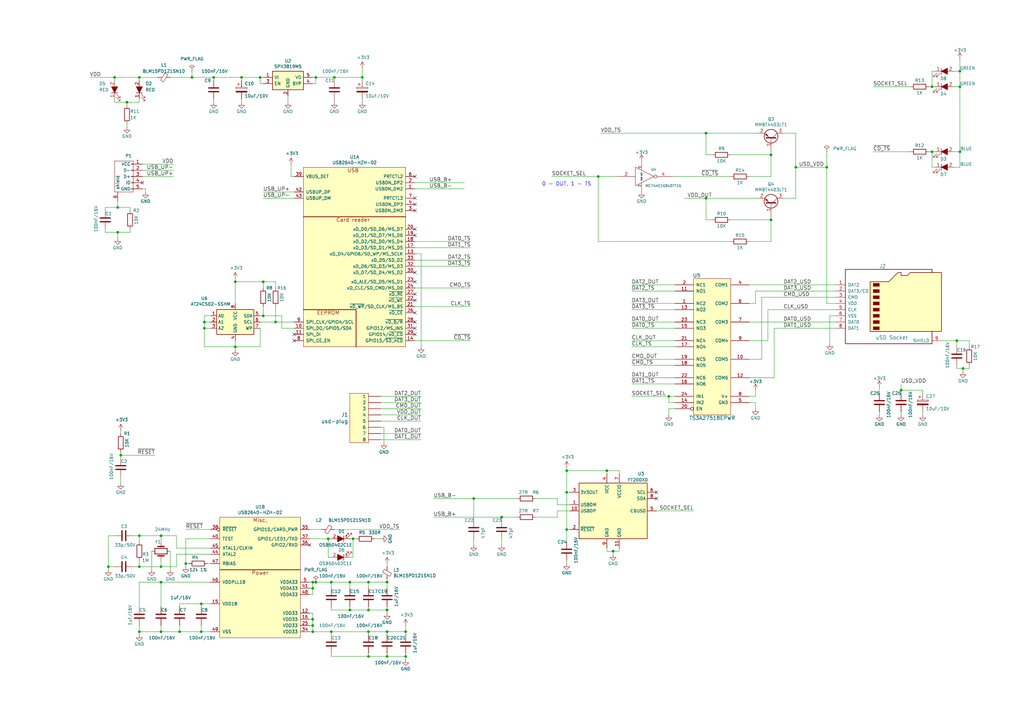
<source format=kicad_sch>
(kicad_sch (version 20211123) (generator eeschema)
  (paper "A3")
  (title_block (title "PrintNanny SDWire") (date "2022-08-23") (rev "1.4 r1") (company "Bitsy AI Labs LLC") (comment 1 "Modified by: Jason Zaman <jason@perfinion.com>") (comment 2 "Copyright (c) 2022 Bitsy AI Labs LLC. All Rights Reserved") (comment 3 "Original Author: Adam Malinowski <a.malinowsk2@partner.samsung.com>") (comment 4 "Copyright (c) 2016 Samsung Electronics Co., Ltd All Rights Reserved"))
  (junction (at 151.13 259.08))
  (junction (at 166.37 269.24))
  (junction (at 135.89 238.76))
  (junction (at 78.74 31.75))
  (junction (at 82.55 247.65))
  (junction (at 194.31 204.47))
  (junction (at 232.41 193.04))
  (junction (at 66.04 238.76))
  (junction (at 148.59 31.75))
  (junction (at 158.75 259.08))
  (junction (at 66.04 219.71))
  (junction (at 251.46 226.06))
  (junction (at 158.75 269.24))
  (junction (at 128.27 259.08))
  (junction (at 82.55 259.08))
  (junction (at 394.97 151.13))
  (junction (at 393.7 29.21))
  (junction (at 66.04 259.08))
  (junction (at 151.13 238.76))
  (junction (at 205.74 212.09))
  (junction (at 46.99 31.75))
  (junction (at 129.54 238.76))
  (junction (at 166.37 259.08))
  (junction (at 66.04 232.41))
  (junction (at 87.63 31.75))
  (junction (at 232.41 217.17))
  (junction (at 289.56 54.61))
  (junction (at 248.92 193.04))
  (junction (at 96.52 115.57))
  (junction (at 83.82 134.62))
  (junction (at 128.27 256.54))
  (junction (at 48.26 95.25))
  (junction (at 135.89 259.08))
  (junction (at 158.75 250.19))
  (junction (at 128.27 238.76))
  (junction (at 143.51 238.76))
  (junction (at 129.54 31.75))
  (junction (at 49.53 186.69))
  (junction (at 151.13 269.24))
  (junction (at 73.66 259.08))
  (junction (at 57.15 219.71))
  (junction (at 369.57 160.02))
  (junction (at 382.27 35.56))
  (junction (at 128.27 254))
  (junction (at 144.78 220.98))
  (junction (at 151.13 250.19))
  (junction (at 382.27 62.23))
  (junction (at 106.68 31.75))
  (junction (at 57.15 232.41))
  (junction (at 245.364 72.39))
  (junction (at 113.03 132.08))
  (junction (at 107.95 129.54))
  (junction (at 316.23 63.5))
  (junction (at 289.56 81.28))
  (junction (at 96.52 142.24))
  (junction (at 83.82 132.08))
  (junction (at 44.45 232.41))
  (junction (at 232.41 201.93))
  (junction (at 57.15 31.75))
  (junction (at 326.39 68.58))
  (junction (at 107.95 115.57))
  (junction (at 393.7 35.56))
  (junction (at 134.62 220.98))
  (junction (at 339.09 68.58))
  (junction (at 57.15 259.08))
  (junction (at 137.16 31.75))
  (junction (at 52.07 41.91))
  (junction (at 392.43 139.7))
  (junction (at 76.2 231.14))
  (junction (at 274.32 162.56))
  (junction (at 99.06 31.75))
  (junction (at 128.27 241.3))
  (junction (at 393.7 62.23))
  (junction (at 158.75 238.76))
  (junction (at 316.23 90.17))
  (junction (at 143.51 250.19))
  (junction (at 48.26 85.09))
  (no_connect (at 58.42 74.93))
  (no_connect (at 170.18 83.82))
  (no_connect (at 120.65 139.7))
  (no_connect (at 269.24 204.47))
  (no_connect (at 170.18 137.16))
  (no_connect (at 120.65 137.16))
  (no_connect (at 170.18 86.36))
  (no_connect (at 170.18 134.62))
  (no_connect (at 170.18 132.08))
  (no_connect (at 170.18 72.39))
  (no_connect (at 170.18 93.98))
  (no_connect (at 170.18 115.57))
  (no_connect (at 127 223.52))
  (no_connect (at 170.18 128.27))
  (no_connect (at 170.18 81.28))
  (no_connect (at 170.18 111.76))
  (no_connect (at 170.18 120.65))
  (no_connect (at 170.18 123.19))
  (no_connect (at 170.18 96.52))
  (no_connect (at 269.24 201.93))
  (wire (pts (xy 276.86 119.38) (xy 259.08 119.38)))
  (wire (pts (xy 205.74 212.09) (xy 212.09 212.09)))
  (wire (pts (xy 49.53 176.53) (xy 49.53 177.8)))
  (wire (pts (xy 57.15 31.75) (xy 64.77 31.75)))
  (wire (pts (xy 151.13 269.24) (xy 158.75 269.24)))
  (wire (pts (xy 156.21 172.72) (xy 172.72 172.72)))
  (wire (pts (xy 128.27 238.76) (xy 128.27 241.3)))
  (wire (pts (xy 137.16 31.75) (xy 148.59 31.75)))
  (wire (pts (xy 135.89 267.97) (xy 135.89 269.24)))
  (wire (pts (xy 360.68 168.91) (xy 360.68 170.18)))
  (wire (pts (xy 119.38 67.31) (xy 119.38 72.39)))
  (wire (pts (xy 276.86 154.94) (xy 259.08 154.94)))
  (wire (pts (xy 193.04 101.6) (xy 170.18 101.6)))
  (wire (pts (xy 166.37 256.54) (xy 166.37 259.08)))
  (wire (pts (xy 158.75 232.41) (xy 158.75 231.14)))
  (wire (pts (xy 309.88 124.46) (xy 307.34 124.46)))
  (wire (pts (xy 106.68 34.29) (xy 106.68 31.75)))
  (wire (pts (xy 307.34 162.56) (xy 309.88 162.56)))
  (wire (pts (xy 128.27 241.3) (xy 128.27 243.84)))
  (wire (pts (xy 307.34 132.08) (xy 342.9 132.08)))
  (wire (pts (xy 276.86 127) (xy 259.08 127)))
  (wire (pts (xy 127 241.3) (xy 128.27 241.3)))
  (wire (pts (xy 76.2 217.17) (xy 86.36 217.17)))
  (wire (pts (xy 107.95 78.74) (xy 120.65 78.74)))
  (wire (pts (xy 82.55 259.08) (xy 86.36 259.08)))
  (wire (pts (xy 137.16 40.64) (xy 137.16 41.91)))
  (wire (pts (xy 151.13 267.97) (xy 151.13 269.24)))
  (wire (pts (xy 137.16 33.02) (xy 137.16 31.75)))
  (wire (pts (xy 316.23 90.17) (xy 316.23 88.9)))
  (wire (pts (xy 57.15 222.25) (xy 57.15 219.71)))
  (wire (pts (xy 53.34 95.25) (xy 53.34 93.98)))
  (wire (pts (xy 276.86 167.64) (xy 274.32 167.64)))
  (wire (pts (xy 166.37 259.08) (xy 166.37 260.35)))
  (wire (pts (xy 157.48 175.26) (xy 157.48 181.61)))
  (wire (pts (xy 289.56 54.61) (xy 311.15 54.61)))
  (wire (pts (xy 151.13 238.76) (xy 158.75 238.76)))
  (wire (pts (xy 228.6 204.47) (xy 228.6 207.01)))
  (wire (pts (xy 107.95 115.57) (xy 96.52 115.57)))
  (wire (pts (xy 127 217.17) (xy 132.08 217.17)))
  (wire (pts (xy 342.9 124.46) (xy 339.09 124.46)))
  (wire (pts (xy 276.86 142.24) (xy 259.08 142.24)))
  (wire (pts (xy 128.27 243.84) (xy 127 243.84)))
  (wire (pts (xy 156.21 175.26) (xy 157.48 175.26)))
  (wire (pts (xy 172.72 162.56) (xy 156.21 162.56)))
  (wire (pts (xy 57.15 259.08) (xy 66.04 259.08)))
  (wire (pts (xy 143.51 228.6) (xy 144.78 228.6)))
  (wire (pts (xy 83.82 129.54) (xy 83.82 132.08)))
  (wire (pts (xy 228.6 212.09) (xy 228.6 209.55)))
  (wire (pts (xy 284.48 209.55) (xy 269.24 209.55)))
  (wire (pts (xy 251.46 227.33) (xy 251.46 226.06)))
  (wire (pts (xy 378.46 160.02) (xy 378.46 161.29)))
  (wire (pts (xy 219.71 204.47) (xy 228.6 204.47)))
  (wire (pts (xy 312.42 121.92) (xy 312.42 147.32)))
  (wire (pts (xy 143.51 220.98) (xy 144.78 220.98)))
  (wire (pts (xy 369.57 160.02) (xy 378.46 160.02)))
  (wire (pts (xy 156.21 180.34) (xy 172.72 180.34)))
  (wire (pts (xy 143.51 241.3) (xy 143.51 238.76)))
  (wire (pts (xy 276.86 116.84) (xy 259.08 116.84)))
  (wire (pts (xy 194.31 223.52) (xy 194.31 220.98)))
  (wire (pts (xy 393.7 35.56) (xy 393.7 62.23)))
  (wire (pts (xy 397.51 142.24) (xy 397.51 139.7)))
  (wire (pts (xy 135.89 248.92) (xy 135.89 250.19)))
  (wire (pts (xy 135.89 228.6) (xy 134.62 228.6)))
  (wire (pts (xy 71.12 72.39) (xy 58.42 72.39)))
  (wire (pts (xy 248.92 226.06) (xy 248.92 224.79)))
  (wire (pts (xy 77.47 231.14) (xy 76.2 231.14)))
  (wire (pts (xy 44.45 232.41) (xy 44.45 233.68)))
  (wire (pts (xy 106.68 132.08) (xy 113.03 132.08)))
  (wire (pts (xy 135.89 241.3) (xy 135.89 238.76)))
  (wire (pts (xy 113.03 132.08) (xy 120.65 132.08)))
  (wire (pts (xy 170.18 139.7) (xy 193.04 139.7)))
  (wire (pts (xy 58.42 77.47) (xy 59.69 77.47)))
  (wire (pts (xy 316.23 99.06) (xy 316.23 90.17)))
  (wire (pts (xy 193.04 125.73) (xy 170.18 125.73)))
  (wire (pts (xy 66.04 222.25) (xy 66.04 219.71)))
  (wire (pts (xy 137.16 217.17) (xy 163.83 217.17)))
  (wire (pts (xy 135.89 269.24) (xy 151.13 269.24)))
  (wire (pts (xy 99.06 40.64) (xy 99.06 41.91)))
  (wire (pts (xy 44.45 219.71) (xy 46.99 219.71)))
  (wire (pts (xy 135.89 238.76) (xy 143.51 238.76)))
  (wire (pts (xy 87.63 33.02) (xy 87.63 31.75)))
  (wire (pts (xy 106.68 129.54) (xy 107.95 129.54)))
  (wire (pts (xy 43.18 95.25) (xy 48.26 95.25)))
  (wire (pts (xy 49.53 186.69) (xy 63.5 186.69)))
  (wire (pts (xy 274.32 165.1) (xy 274.32 162.56)))
  (wire (pts (xy 369.57 157.48) (xy 369.57 160.02)))
  (wire (pts (xy 274.32 167.64) (xy 274.32 170.18)))
  (wire (pts (xy 156.21 170.18) (xy 172.72 170.18)))
  (wire (pts (xy 135.89 259.08) (xy 151.13 259.08)))
  (wire (pts (xy 151.13 260.35) (xy 151.13 259.08)))
  (wire (pts (xy 369.57 168.91) (xy 369.57 170.18)))
  (wire (pts (xy 378.46 168.91) (xy 378.46 170.18)))
  (wire (pts (xy 194.31 213.36) (xy 194.31 204.47)))
  (wire (pts (xy 299.72 90.17) (xy 316.23 90.17)))
  (wire (pts (xy 118.11 39.37) (xy 118.11 41.91)))
  (wire (pts (xy 382.27 29.21) (xy 382.27 35.56)))
  (wire (pts (xy 46.99 31.75) (xy 57.15 31.75)))
  (wire (pts (xy 151.13 248.92) (xy 151.13 250.19)))
  (wire (pts (xy 392.43 149.86) (xy 392.43 151.13)))
  (wire (pts (xy 43.18 93.98) (xy 43.18 95.25)))
  (wire (pts (xy 172.72 104.14) (xy 170.18 104.14)))
  (wire (pts (xy 232.41 217.17) (xy 232.41 222.25)))
  (wire (pts (xy 87.63 40.64) (xy 87.63 41.91)))
  (wire (pts (xy 113.03 115.57) (xy 107.95 115.57)))
  (wire (pts (xy 99.06 33.02) (xy 99.06 31.75)))
  (wire (pts (xy 134.62 220.98) (xy 135.89 220.98)))
  (wire (pts (xy 245.364 99.06) (xy 299.72 99.06)))
  (wire (pts (xy 143.51 238.76) (xy 151.13 238.76)))
  (wire (pts (xy 316.23 72.39) (xy 316.23 63.5)))
  (wire (pts (xy 44.45 219.71) (xy 44.45 232.41)))
  (wire (pts (xy 166.37 267.97) (xy 166.37 269.24)))
  (wire (pts (xy 340.36 140.97) (xy 340.36 129.54)))
  (wire (pts (xy 115.57 129.54) (xy 115.57 134.62)))
  (wire (pts (xy 340.36 129.54) (xy 342.9 129.54)))
  (wire (pts (xy 127 254) (xy 128.27 254)))
  (wire (pts (xy 391.16 29.21) (xy 393.7 29.21)))
  (wire (pts (xy 276.86 157.48) (xy 259.08 157.48)))
  (wire (pts (xy 170.18 74.93) (xy 190.5 74.93)))
  (wire (pts (xy 96.52 115.57) (xy 96.52 114.3)))
  (wire (pts (xy 232.41 201.93) (xy 232.41 217.17)))
  (wire (pts (xy 85.09 231.14) (xy 86.36 231.14)))
  (wire (pts (xy 382.27 68.58) (xy 382.27 62.23)))
  (wire (pts (xy 193.04 118.11) (xy 170.18 118.11)))
  (wire (pts (xy 57.15 248.92) (xy 57.15 238.76)))
  (wire (pts (xy 177.8 212.09) (xy 205.74 212.09)))
  (wire (pts (xy 57.15 219.71) (xy 66.04 219.71)))
  (wire (pts (xy 144.78 228.6) (xy 144.78 220.98)))
  (wire (pts (xy 219.71 212.09) (xy 228.6 212.09)))
  (wire (pts (xy 129.54 34.29) (xy 128.27 34.29)))
  (wire (pts (xy 312.42 121.92) (xy 342.9 121.92)))
  (wire (pts (xy 386.08 139.7) (xy 392.43 139.7)))
  (wire (pts (xy 135.89 250.19) (xy 143.51 250.19)))
  (wire (pts (xy 394.97 151.13) (xy 397.51 151.13)))
  (wire (pts (xy 228.6 209.55) (xy 233.68 209.55)))
  (wire (pts (xy 205.74 213.36) (xy 205.74 212.09)))
  (wire (pts (xy 232.41 191.77) (xy 232.41 193.04)))
  (wire (pts (xy 86.36 129.54) (xy 83.82 129.54)))
  (wire (pts (xy 49.53 198.12) (xy 49.53 195.58)))
  (wire (pts (xy 78.74 31.75) (xy 87.63 31.75)))
  (wire (pts (xy 326.39 68.58) (xy 339.09 68.58)))
  (wire (pts (xy 156.21 220.98) (xy 153.67 220.98)))
  (wire (pts (xy 326.39 68.58) (xy 326.39 81.28)))
  (wire (pts (xy 233.68 217.17) (xy 232.41 217.17)))
  (wire (pts (xy 156.21 165.1) (xy 172.72 165.1)))
  (wire (pts (xy 251.46 226.06) (xy 254 226.06)))
  (wire (pts (xy 158.75 248.92) (xy 158.75 250.19)))
  (wire (pts (xy 148.59 40.64) (xy 148.59 41.91)))
  (wire (pts (xy 72.39 227.33) (xy 72.39 232.41)))
  (wire (pts (xy 43.18 85.09) (xy 48.26 85.09)))
  (wire (pts (xy 46.99 40.64) (xy 46.99 41.91)))
  (wire (pts (xy 69.85 31.75) (xy 78.74 31.75)))
  (wire (pts (xy 106.68 142.24) (xy 96.52 142.24)))
  (wire (pts (xy 107.95 81.28) (xy 120.65 81.28)))
  (wire (pts (xy 205.74 223.52) (xy 205.74 220.98)))
  (wire (pts (xy 128.27 31.75) (xy 129.54 31.75)))
  (wire (pts (xy 309.88 119.38) (xy 309.88 124.46)))
  (wire (pts (xy 57.15 256.54) (xy 57.15 259.08)))
  (wire (pts (xy 96.52 142.24) (xy 83.82 142.24)))
  (wire (pts (xy 276.86 124.46) (xy 259.08 124.46)))
  (wire (pts (xy 259.08 162.56) (xy 274.32 162.56)))
  (wire (pts (xy 158.75 259.08) (xy 166.37 259.08)))
  (wire (pts (xy 245.364 99.06) (xy 245.364 72.39)))
  (wire (pts (xy 263.144 66.04) (xy 263.144 67.31)))
  (wire (pts (xy 66.04 232.41) (xy 72.39 232.41)))
  (wire (pts (xy 314.96 127) (xy 342.9 127)))
  (wire (pts (xy 43.18 86.36) (xy 43.18 85.09)))
  (wire (pts (xy 49.53 185.42) (xy 49.53 186.69)))
  (wire (pts (xy 49.53 186.69) (xy 49.53 187.96)))
  (wire (pts (xy 83.82 132.08) (xy 86.36 132.08)))
  (wire (pts (xy 312.42 147.32) (xy 307.34 147.32)))
  (wire (pts (xy 107.95 118.11) (xy 107.95 115.57)))
  (wire (pts (xy 382.27 62.23) (xy 383.54 62.23)))
  (wire (pts (xy 62.23 226.06) (xy 62.23 233.68)))
  (wire (pts (xy 232.41 201.93) (xy 233.68 201.93)))
  (wire (pts (xy 36.83 31.75) (xy 46.99 31.75)))
  (wire (pts (xy 119.38 72.39) (xy 120.65 72.39)))
  (wire (pts (xy 158.75 269.24) (xy 166.37 269.24)))
  (wire (pts (xy 317.5 134.62) (xy 317.5 154.94)))
  (wire (pts (xy 66.04 219.71) (xy 72.39 219.71)))
  (wire (pts (xy 228.6 207.01) (xy 233.68 207.01)))
  (wire (pts (xy 393.7 62.23) (xy 393.7 68.58)))
  (wire (pts (xy 194.31 204.47) (xy 212.09 204.47)))
  (wire (pts (xy 321.31 54.61) (xy 326.39 54.61)))
  (wire (pts (xy 158.75 267.97) (xy 158.75 269.24)))
  (wire (pts (xy 307.34 99.06) (xy 316.23 99.06)))
  (wire (pts (xy 382.27 35.56) (xy 383.54 35.56)))
  (wire (pts (xy 394.97 151.13) (xy 394.97 152.4)))
  (wire (pts (xy 309.88 162.56) (xy 309.88 160.02)))
  (wire (pts (xy 397.51 139.7) (xy 392.43 139.7)))
  (wire (pts (xy 393.7 35.56) (xy 391.16 35.56)))
  (wire (pts (xy 69.85 226.06) (xy 69.85 233.68)))
  (wire (pts (xy 299.72 63.5) (xy 316.23 63.5)))
  (wire (pts (xy 106.68 134.62) (xy 106.68 142.24)))
  (wire (pts (xy 52.07 50.8) (xy 52.07 52.07)))
  (wire (pts (xy 113.03 118.11) (xy 113.03 115.57)))
  (wire (pts (xy 87.63 31.75) (xy 99.06 31.75)))
  (wire (pts (xy 232.41 231.14) (xy 232.41 229.87)))
  (wire (pts (xy 48.26 85.09) (xy 53.34 85.09)))
  (wire (pts (xy 83.82 132.08) (xy 83.82 134.62)))
  (wire (pts (xy 128.27 251.46) (xy 128.27 254)))
  (wire (pts (xy 263.144 77.47) (xy 263.144 78.74)))
  (wire (pts (xy 166.37 269.24) (xy 166.37 270.51)))
  (wire (pts (xy 73.66 256.54) (xy 73.66 259.08)))
  (wire (pts (xy 48.26 95.25) (xy 48.26 97.79)))
  (wire (pts (xy 276.86 147.32) (xy 259.08 147.32)))
  (wire (pts (xy 73.66 259.08) (xy 82.55 259.08)))
  (wire (pts (xy 172.72 142.24) (xy 172.72 104.14)))
  (wire (pts (xy 129.54 31.75) (xy 137.16 31.75)))
  (wire (pts (xy 392.43 139.7) (xy 392.43 142.24)))
  (wire (pts (xy 148.59 31.75) (xy 148.59 33.02)))
  (wire (pts (xy 193.04 109.22) (xy 170.18 109.22)))
  (wire (pts (xy 339.09 62.23) (xy 339.09 68.58)))
  (wire (pts (xy 373.38 35.56) (xy 358.14 35.56)))
  (wire (pts (xy 107.95 129.54) (xy 115.57 129.54)))
  (wire (pts (xy 66.04 229.87) (xy 66.04 232.41)))
  (wire (pts (xy 391.16 68.58) (xy 393.7 68.58)))
  (wire (pts (xy 292.1 90.17) (xy 289.56 90.17)))
  (wire (pts (xy 339.09 68.58) (xy 339.09 124.46)))
  (wire (pts (xy 86.36 227.33) (xy 72.39 227.33)))
  (wire (pts (xy 143.51 250.19) (xy 151.13 250.19)))
  (wire (pts (xy 48.26 95.25) (xy 53.34 95.25)))
  (wire (pts (xy 96.52 124.46) (xy 96.52 115.57)))
  (wire (pts (xy 99.06 31.75) (xy 106.68 31.75)))
  (wire (pts (xy 57.15 238.76) (xy 66.04 238.76)))
  (wire (pts (xy 46.99 33.02) (xy 46.99 31.75)))
  (wire (pts (xy 307.34 165.1) (xy 309.88 165.1)))
  (wire (pts (xy 276.86 134.62) (xy 259.08 134.62)))
  (wire (pts (xy 128.27 259.08) (xy 135.89 259.08)))
  (wire (pts (xy 317.5 154.94) (xy 307.34 154.94)))
  (wire (pts (xy 248.92 193.04) (xy 248.92 194.31)))
  (wire (pts (xy 316.23 63.5) (xy 316.23 62.23)))
  (wire (pts (xy 158.75 259.08) (xy 158.75 260.35)))
  (wire (pts (xy 96.52 142.24) (xy 96.52 143.51)))
  (wire (pts (xy 76.2 231.14) (xy 76.2 232.41)))
  (wire (pts (xy 156.21 167.64) (xy 172.72 167.64)))
  (wire (pts (xy 373.38 62.23) (xy 358.14 62.23)))
  (wire (pts (xy 193.04 99.06) (xy 170.18 99.06)))
  (wire (pts (xy 128.27 238.76) (xy 129.54 238.76)))
  (wire (pts (xy 274.32 162.56) (xy 276.86 162.56)))
  (wire (pts (xy 276.86 139.7) (xy 259.08 139.7)))
  (wire (pts (xy 66.04 238.76) (xy 86.36 238.76)))
  (wire (pts (xy 86.36 134.62) (xy 83.82 134.62)))
  (wire (pts (xy 254 226.06) (xy 254 224.79)))
  (wire (pts (xy 83.82 134.62) (xy 83.82 142.24)))
  (wire (pts (xy 381 62.23) (xy 382.27 62.23)))
  (wire (pts (xy 289.56 63.5) (xy 289.56 54.61)))
  (wire (pts (xy 71.12 67.31) (xy 58.42 67.31)))
  (wire (pts (xy 82.55 247.65) (xy 86.36 247.65)))
  (wire (pts (xy 128.27 256.54) (xy 128.27 259.08)))
  (wire (pts (xy 381 35.56) (xy 382.27 35.56)))
  (wire (pts (xy 193.04 106.68) (xy 170.18 106.68)))
  (wire (pts (xy 158.75 238.76) (xy 158.75 241.3)))
  (wire (pts (xy 52.07 41.91) (xy 52.07 43.18)))
  (wire (pts (xy 289.56 90.17) (xy 289.56 81.28)))
  (wire (pts (xy 57.15 41.91) (xy 57.15 40.64)))
  (wire (pts (xy 151.13 250.19) (xy 158.75 250.19)))
  (wire (pts (xy 307.34 116.84) (xy 342.9 116.84)))
  (wire (pts (xy 127 259.08) (xy 128.27 259.08)))
  (wire (pts (xy 128.27 251.46) (xy 127 251.46)))
  (wire (pts (xy 115.57 134.62) (xy 120.65 134.62)))
  (wire (pts (xy 245.364 72.39) (xy 252.984 72.39)))
  (wire (pts (xy 66.04 256.54) (xy 66.04 259.08)))
  (wire (pts (xy 134.62 228.6) (xy 134.62 220.98)))
  (wire (pts (xy 289.56 81.28) (xy 311.15 81.28)))
  (wire (pts (xy 317.5 134.62) (xy 342.9 134.62)))
  (wire (pts (xy 96.52 139.7) (xy 96.52 142.24)))
  (wire (pts (xy 78.74 29.21) (xy 78.74 31.75)))
  (wire (pts (xy 72.39 224.79) (xy 72.39 219.71)))
  (wire (pts (xy 66.04 259.08) (xy 73.66 259.08)))
  (wire (pts (xy 276.86 132.08) (xy 259.08 132.08)))
  (wire (pts (xy 151.13 241.3) (xy 151.13 238.76)))
  (wire (pts (xy 71.12 69.85) (xy 58.42 69.85)))
  (wire (pts (xy 292.1 63.5) (xy 289.56 63.5)))
  (wire (pts (xy 309.88 119.38) (xy 342.9 119.38)))
  (wire (pts (xy 73.66 247.65) (xy 82.55 247.65)))
  (wire (pts (xy 52.07 41.91) (xy 57.15 41.91)))
  (wire (pts (xy 86.36 224.79) (xy 72.39 224.79)))
  (wire (pts (xy 57.15 229.87) (xy 57.15 232.41)))
  (wire (pts (xy 275.844 72.39) (xy 299.72 72.39)))
  (wire (pts (xy 156.21 177.8) (xy 172.72 177.8)))
  (wire (pts (xy 44.45 232.41) (xy 46.99 232.41)))
  (wire (pts (xy 57.15 259.08) (xy 57.15 260.35)))
  (wire (pts (xy 309.88 165.1) (xy 309.88 167.64)))
  (wire (pts (xy 158.75 250.19) (xy 158.75 251.46)))
  (wire (pts (xy 59.69 77.47) (xy 59.69 78.74)))
  (wire (pts (xy 232.41 193.04) (xy 232.41 201.93)))
  (wire (pts (xy 151.13 259.08) (xy 158.75 259.08)))
  (wire (pts (xy 48.26 82.55) (xy 48.26 85.09)))
  (wire (pts (xy 397.51 151.13) (xy 397.51 149.86)))
  (wire (pts (xy 391.16 62.23) (xy 393.7 62.23)))
  (wire (pts (xy 57.15 33.02) (xy 57.15 31.75)))
  (wire (pts (xy 393.7 29.21) (xy 393.7 35.56)))
  (wire (pts (xy 307.34 72.39) (xy 316.23 72.39)))
  (wire (pts (xy 170.18 77.47) (xy 190.5 77.47)))
  (wire (pts (xy 82.55 256.54) (xy 82.55 259.08)))
  (wire (pts (xy 76.2 220.98) (xy 86.36 220.98)))
  (wire (pts (xy 128.27 254) (xy 128.27 256.54)))
  (wire (pts (xy 276.86 149.86) (xy 259.08 149.86)))
  (wire (pts (xy 383.54 68.58) (xy 382.27 68.58)))
  (wire (pts (xy 107.95 125.73) (xy 107.95 129.54)))
  (wire (pts (xy 246.38 54.61) (xy 289.56 54.61)))
  (wire (pts (xy 383.54 29.21) (xy 382.27 29.21)))
  (wire (pts (xy 226.314 72.39) (xy 245.364 72.39)))
  (wire (pts (xy 129.54 238.76) (xy 135.89 238.76)))
  (wire (pts (xy 73.66 247.65) (xy 73.66 248.92)))
  (wire (pts (xy 143.51 248.92) (xy 143.51 250.19)))
  (wire (pts (xy 106.68 31.75) (xy 107.95 31.75)))
  (wire (pts (xy 76.2 220.98) (xy 76.2 231.14)))
  (wire (pts (xy 369.57 160.02) (xy 369.57 161.29)))
  (wire (pts (xy 144.78 220.98) (xy 146.05 220.98)))
  (wire (pts (xy 54.61 219.71) (xy 57.15 219.71)))
  (wire (pts (xy 248.92 193.04) (xy 254 193.04)))
  (wire (pts (xy 127 220.98) (xy 134.62 220.98)))
  (wire (pts (xy 314.96 127) (xy 314.96 139.7)))
  (wire (pts (xy 46.99 41.91) (xy 52.07 41.91)))
  (wire (pts (xy 393.7 24.13) (xy 393.7 29.21)))
  (wire (pts (xy 248.92 226.06) (xy 251.46 226.06)))
  (wire (pts (xy 360.68 158.75) (xy 360.68 161.29)))
  (wire (pts (xy 129.54 31.75) (xy 129.54 34.29)))
  (wire (pts (xy 254 193.04) (xy 254 194.31)))
  (wire (pts (xy 326.39 81.28) (xy 321.31 81.28)))
  (wire (pts (xy 280.67 81.28) (xy 289.56 81.28)))
  (wire (pts (xy 53.34 85.09) (xy 53.34 86.36)))
  (wire (pts (xy 392.43 151.13) (xy 394.97 151.13)))
  (wire (pts (xy 177.8 204.47) (xy 194.31 204.47)))
  (wire (pts (xy 127 238.76) (xy 128.27 238.76)))
  (wire (pts (xy 82.55 247.65) (xy 82.55 248.92)))
  (wire (pts (xy 148.59 27.94) (xy 148.59 31.75)))
  (wire (pts (xy 232.41 193.04) (xy 248.92 193.04)))
  (wire (pts (xy 326.39 54.61) (xy 326.39 68.58)))
  (wire (pts (xy 54.61 232.41) (xy 57.15 232.41)))
  (wire (pts (xy 113.03 125.73) (xy 113.03 132.08)))
  (wire (pts (xy 66.04 248.92) (xy 66.04 238.76)))
  (wire (pts (xy 135.89 260.35) (xy 135.89 259.08)))
  (wire (pts (xy 158.75 237.49) (xy 158.75 238.76)))
  (wire (pts (xy 274.32 165.1) (xy 276.86 165.1)))
  (wire (pts (xy 307.34 139.7) (xy 314.96 139.7)))
  (wire (pts (xy 107.95 34.29) (xy 106.68 34.29)))
  (wire (pts (xy 57.15 232.41) (xy 66.04 232.41)))
  (wire (pts (xy 127 256.54) (xy 128.27 256.54)))
  (text "0 - DUT, 1 - TS" (at 222.25 76.454 0) (effects (font (size 1.524 1.524)) (justify left bottom)))
  (label "DAT3_USD" (at 321.31 119.38 0) (effects (font (size 1.524 1.524))))
  (label "DAT0_TS" (at 193.04 99.06 180) (effects (font (size 1.524 1.524))))
  (label "DAT1_DUT" (at 172.72 180.34 180) (effects (font (size 1.524 1.524))))
  (label "CMD_TS" (at 193.04 118.11 180) (effects (font (size 1.524 1.524))))
  (label "~{CD_TS}" (at 294.64 72.39 180) (effects (font (size 1.524 1.524))))
  (label "DAT2_TS" (at 259.08 119.38 0) (effects (font (size 1.524 1.524))))
  (label "CMD_DUT" (at 172.72 167.64 180) (effects (font (size 1.524 1.524))))
  (label "DAT0_USD" (at 321.31 132.08 0) (effects (font (size 1.524 1.524))))
  (label "~{RESET}" (at 76.2 217.17 0) (effects (font (size 1.524 1.524))))
  (label "CLK_TS" (at 259.08 142.24 0) (effects (font (size 1.524 1.524))))
  (label "DAT0_DUT" (at 259.08 132.08 0) (effects (font (size 1.524 1.524))))
  (label "CLK_DUT" (at 259.08 139.7 0) (effects (font (size 1.524 1.524))))
  (label "~{CD_TS}" (at 193.04 139.7 180) (effects (font (size 1.524 1.524))))
  (label "USB_B+" (at 185.42 74.93 180) (effects (font (size 1.524 1.524))))
  (label "VDD_TS" (at 163.83 217.17 180) (effects (font (size 1.524 1.524))))
  (label "CLK_USD" (at 321.31 127 0) (effects (font (size 1.524 1.524))))
  (label "USD_VDD" (at 327.66 68.58 0) (effects (font (size 1.524 1.524))))
  (label "DAT1_TS" (at 259.08 157.48 0) (effects (font (size 1.524 1.524))))
  (label "CMD_USD" (at 321.31 121.92 0) (effects (font (size 1.524 1.524))))
  (label "SOCKET_SEL" (at 358.14 35.56 0) (effects (font (size 1.524 1.524))))
  (label "DAT0_TS" (at 259.08 134.62 0) (effects (font (size 1.524 1.524))))
  (label "~{CD_TS}" (at 358.14 62.23 0) (effects (font (size 1.524 1.524))))
  (label "DAT1_TS" (at 193.04 101.6 180) (effects (font (size 1.524 1.524))))
  (label "USD_VDD" (at 369.57 157.48 0) (effects (font (size 1.524 1.524))))
  (label "VDD_DUT" (at 172.72 170.18 180) (effects (font (size 1.524 1.524))))
  (label "DAT3_DUT" (at 259.08 124.46 0) (effects (font (size 1.524 1.524))))
  (label "~{RESET}" (at 63.5 186.69 180) (effects (font (size 1.524 1.524))))
  (label "DAT1_DUT" (at 259.08 154.94 0) (effects (font (size 1.524 1.524))))
  (label "DAT2_TS" (at 193.04 106.68 180) (effects (font (size 1.524 1.524))))
  (label "CLK_TS" (at 193.04 125.73 180) (effects (font (size 1.524 1.524))))
  (label "SOCKET_SEL" (at 284.48 209.55 180) (effects (font (size 1.524 1.524))))
  (label "VDD_TS" (at 246.38 54.61 0) (effects (font (size 1.524 1.524))))
  (label "VDD_DUT" (at 281.94 81.28 0) (effects (font (size 1.524 1.524))))
  (label "CLK_DUT" (at 172.72 172.72 180) (effects (font (size 1.524 1.524))))
  (label "USB_UP+" (at 71.12 72.39 180) (effects (font (size 1.524 1.524))))
  (label "DAT3_TS" (at 259.08 127 0) (effects (font (size 1.524 1.524))))
  (label "USB_UP+" (at 107.95 78.74 0) (effects (font (size 1.524 1.524))))
  (label "USB_UP-" (at 107.95 81.28 0) (effects (font (size 1.524 1.524))))
  (label "CMD_TS" (at 259.08 149.86 0) (effects (font (size 1.524 1.524))))
  (label "CMD_DUT" (at 259.08 147.32 0) (effects (font (size 1.524 1.524))))
  (label "USB_B+" (at 177.8 212.09 0) (effects (font (size 1.524 1.524))))
  (label "VDD" (at 71.12 67.31 180) (effects (font (size 1.524 1.524))))
  (label "DAT0_DUT" (at 172.72 177.8 180) (effects (font (size 1.524 1.524))))
  (label "DAT3_DUT" (at 172.72 165.1 180) (effects (font (size 1.524 1.524))))
  (label "VDD" (at 36.83 31.75 0) (effects (font (size 1.524 1.524))))
  (label "DAT3_TS" (at 193.04 109.22 180) (effects (font (size 1.524 1.524))))
  (label "USB_B-" (at 185.42 77.47 180) (effects (font (size 1.524 1.524))))
  (label "USB_B-" (at 177.8 204.47 0) (effects (font (size 1.524 1.524))))
  (label "SOCKET_SEL" (at 226.314 72.39 0) (effects (font (size 1.524 1.524))))
  (label "DAT1_USD" (at 321.31 134.62 0) (effects (font (size 1.524 1.524))))
  (label "DAT2_USD" (at 321.31 116.84 0) (effects (font (size 1.524 1.524))))
  (label "DAT2_DUT" (at 259.08 116.84 0) (effects (font (size 1.524 1.524))))
  (label "DAT2_DUT" (at 172.72 162.56 180) (effects (font (size 1.524 1.524))))
  (label "SOCKET_SEL" (at 259.08 162.56 0) (effects (font (size 1.524 1.524))))
  (label "USB_UP-" (at 71.12 69.85 180) (effects (font (size 1.524 1.524))))
  (symbol (lib_id "SDWire:CP") (at 99.06 36.83 0) (unit 1)
    (property "Reference" "C10" (at 100.33 34.29 0) (effects (justify left)))
    (property "Value" "10uF/10V" (at 100.33 39.37 0) (effects (justify left)))
    (property "Footprint" "Capacitor_Tantalum_SMD:CP_EIA-3216-18_Kemet-A_Pad1.58x1.35mm_HandSolder" (effects hide))
    (property "Datasheet" "http://www.tme.eu/pl/Document/0ff508dea7a8224c6fb12ae10be076aa/KEM_T2005_T491.pdf" (effects hide))
    (property "Shop link" "http://www.tme.eu/pl/details/t491a106m016at/kondensatory-tantalowe-smd/kemet/" (effects hide))
    (property "Symbol" "T491A106M016AT" (effects hide))
    (property "Price" "0.32167" (effects hide))
  )
  (symbol (lib_id "power:GND") (at 99.06 41.91 0) (unit 1)
    (property "Reference" "#PWR01" (effects hide))
    (property "Value" "GND" (at 99.06 45.72 0))
  )
  (symbol (lib_id "power:GND") (at 87.63 41.91 0) (unit 1)
    (property "Reference" "#PWR02" (effects hide))
    (property "Value" "GND" (at 87.63 45.72 0))
  )
  (symbol (lib_id "power:+3V3") (at 148.59 27.94 0) (unit 1)
    (property "Reference" "#PWR03" (effects hide))
    (property "Value" "+3V3" (at 148.971 23.5458 0))
  )
  (symbol (lib_id "power:GND") (at 148.59 41.91 0) (unit 1)
    (property "Reference" "#PWR04" (effects hide))
    (property "Value" "GND" (at 148.59 45.72 0))
  )
  (symbol (lib_id "power:GND") (at 137.16 41.91 0) (unit 1)
    (property "Reference" "#PWR05" (effects hide))
    (property "Value" "GND" (at 137.16 45.72 0))
  )
  (symbol (lib_id "power:GND") (at 118.11 41.91 0) (unit 1)
    (property "Reference" "#PWR06" (effects hide))
    (property "Value" "GND" (at 118.11 45.72 0))
  )
  (symbol (lib_id "SDWire:TS3A27518E") (at 292.1 142.24 0) (unit 1)
    (property "Reference" "U5" (at 285.75 113.03 0) (effects (font (size 1.524 1.524))))
    (property "Value" "TS3A27518EPWR" (at 292.1 171.45 0) (effects (font (size 1.524 1.524))))
    (property "Footprint" "mux-footprints:TSSOP-24" (effects hide))
    (property "Datasheet" "http://www.ti.com/lit/ds/symlink/ts3a27518e.pdf" (effects hide))
    (property "Shop link" "http://pl.farnell.com/texas-instruments/ts3a27518epwr/ic-6bit-1-of-2-mux-demux-24tssop/dp/1735605" (effects hide))
    (property "Price" "10.7" (effects hide))
    (property "Symbol" "TS3A27518EPWR" (effects hide))
  )
  (symbol (lib_id "power:GND") (at 340.36 140.97 0) (mirror y) (unit 1)
    (property "Reference" "#PWR07" (effects hide))
    (property "Value" "GND" (at 340.36 144.78 0))
  )
  (symbol (lib_id "power:GND") (at 309.88 167.64 0) (unit 1)
    (property "Reference" "#PWR08" (effects hide))
    (property "Value" "GND" (at 309.88 171.45 0))
  )
  (symbol (lib_id "SDWire:74AHC1G14") (at 264.414 72.39 0) (unit 1)
    (property "Reference" "U4" (at 268.097 69.469 0) (effects (font (size 1.016 1.016))))
    (property "Value" "MC74HC1G04DTT1G" (at 272.034 76.2 0) (effects (font (size 1.016 1.016))))
    (property "Footprint" "Package_TO_SOT_SMD:SOT-23-5_HandSoldering" (effects hide))
    (property "Datasheet" "http://www.tme.eu/pl/Document/0bd9f377abd5f258bb30856efe9f427e/mc74hc1g04.pdf" (effects hide))
    (property "Shop link" "http://www.tme.eu/pl/details/mc74hc1g04dtt1g/bramki-inwertery/on-semiconductor/" (effects hide))
    (property "Symbol" "MC74HC1G04DTT1G" (effects hide))
    (property "Price" "0.4371" (effects hide))
  )
  (symbol (lib_id "power:GND") (at 274.32 170.18 0) (mirror y) (unit 1)
    (property "Reference" "#PWR09" (effects hide))
    (property "Value" "GND" (at 274.32 173.99 0))
  )
  (symbol (lib_id "power:GND") (at 263.144 78.74 0) (mirror y) (unit 1)
    (property "Reference" "#PWR010" (effects hide))
    (property "Value" "GND" (at 263.144 82.55 0))
  )
  (symbol (lib_id "power:GND") (at 157.48 181.61 0) (unit 1)
    (property "Reference" "#PWR011" (effects hide))
    (property "Value" "GND" (at 157.48 185.42 0))
  )
  (symbol (lib_id "power:+3V3") (at 309.88 160.02 0) (unit 1)
    (property "Reference" "#PWR012" (effects hide))
    (property "Value" "+3V3" (at 309.88 156.464 0))
  )
  (symbol (lib_id "Connector:Micro_SD_Card") (at 365.76 124.46 0) (unit 1)
    (property "Reference" "J2" (at 361.95 109.22 0) (effects (font (size 1.524 1.524))))
    (property "Value" "uSD Socket" (at 365.76 138.43 0) (effects (font (size 1.524 1.524))))
    (property "Footprint" "Connector_Card:microSD_HC_Molex_104031-0811" (effects hide))
    (property "Datasheet" "http://katalog.we-online.de/em/datasheet/693072010801.pdf" (effects hide))
    (property "Shop link" "http://www.tme.eu/pl/details/112k-tba0-ra1/zlacza-do-kart/attend/" (effects hide))
    (property "Price" "3.11" (effects hide))
    (property "Symbol" "112K-TBA0-RA1" (effects hide))
  )
  (symbol (lib_id "power:+3V3") (at 263.144 66.04 0) (unit 1)
    (property "Reference" "#PWR013" (effects hide))
    (property "Value" "+3V3" (at 263.144 62.484 0))
  )
  (symbol (lib_id "power:GND") (at 360.68 170.18 0) (unit 1)
    (property "Reference" "#PWR017" (effects hide))
    (property "Value" "GND" (at 360.68 173.99 0))
  )
  (symbol (lib_id "power:+3V3") (at 360.68 158.75 0) (unit 1)
    (property "Reference" "#PWR018" (effects hide))
    (property "Value" "+3V3" (at 360.68 155.194 0))
  )
  (symbol (lib_id "power:GND") (at 369.57 170.18 0) (unit 1)
    (property "Reference" "#PWR019" (effects hide))
    (property "Value" "GND" (at 369.57 173.99 0))
  )
  (symbol (lib_id "power:GND") (at 378.46 170.18 0) (unit 1)
    (property "Reference" "#PWR020" (effects hide))
    (property "Value" "GND" (at 378.46 173.99 0))
  )
  (symbol (lib_id "SDWire:USB2640") (at 140.97 100.33 0) (unit 1)
    (property "Reference" "U1" (at 145.415 64.389 0))
    (property "Value" "USB2640-HZH-02" (at 145.415 66.7004 0))
    (property "Footprint" "mux-footprints:QFN-48-1EP_7x7mm_Pitch0.5mm" (effects hide))
    (property "Datasheet" "http://www.farnell.com/datasheets/2138035.pdf?_ga=1.187806955.291132730.1474618953" (effects hide))
    (property "Shop link" "http://pl.farnell.com/microchip/usb2640-hzh-02/ic-usb-2-flash-media-cntrl-48vqfn/dp/2292611" (effects hide))
    (property "Price" "14.71" (effects hide))
    (property "Symbol" "USB2640-HZH-02" (effects hide))
  )
  (symbol (lib_id "SDWire:USB2640") (at 106.68 236.22 0) (unit 2)
    (property "Reference" "U1" (at 106.68 207.899 0))
    (property "Value" "USB2640-HZH-02" (at 106.68 210.2104 0))
    (property "Footprint" "mux-footprints:QFN-48-1EP_7x7mm_Pitch0.5mm" (effects hide))
    (property "Datasheet" "http://www.farnell.com/datasheets/2138035.pdf?_ga=1.187806955.291132730.1474618953" (effects hide))
    (property "Shop link" "http://pl.farnell.com/microchip/usb2640-hzh-02/ic-usb-2-flash-media-cntrl-48vqfn/dp/2292611" (effects hide))
    (property "Price" "14.71" (effects hide))
    (property "Symbol" "USB2640-HZH-02" (effects hide))
  )
  (symbol (lib_id "power:GND") (at 57.15 260.35 0) (mirror y) (unit 1)
    (property "Reference" "#PWR021" (effects hide))
    (property "Value" "GND" (at 57.15 264.16 0))
  )
  (symbol (lib_id "power:GND") (at 166.37 270.51 0) (mirror y) (unit 1)
    (property "Reference" "#PWR022" (effects hide))
    (property "Value" "GND" (at 166.37 274.32 0))
  )
  (symbol (lib_id "power:GND") (at 158.75 251.46 0) (mirror y) (unit 1)
    (property "Reference" "#PWR023" (effects hide))
    (property "Value" "GND" (at 158.75 255.27 0))
  )
  (symbol (lib_id "power:+3V3") (at 49.53 176.53 0) (unit 1)
    (property "Reference" "#PWR024" (effects hide))
    (property "Value" "+3V3" (at 49.911 172.1358 0))
  )
  (symbol (lib_id "SDWire:R") (at 81.28 231.14 270) (unit 1)
    (property "Reference" "R4" (at 80.01 228.6 90))
    (property "Value" "12k 1%" (at 81.28 233.68 90))
    (property "Footprint" "Resistor_SMD:R_0402_1005Metric" (effects hide))
    (property "Datasheet" "http://www.tme.eu/pl/Document/f9483914239ddfe8619d910f45cc0572/crcw0402_dbc.pdf" (effects hide))
    (property "Shop link" "http://www.tme.eu/pl/details/crcw040212k0fktdbc/rezystory-smd-0402/vishay/" (effects hide))
    (property "Symbol" "CRCW040212K0FKTDBC" (effects hide))
    (property "Price" "0.02447" (effects hide))
  )
  (symbol (lib_id "power:GND") (at 76.2 232.41 0) (mirror y) (unit 1)
    (property "Reference" "#PWR025" (effects hide))
    (property "Value" "GND" (at 76.2 236.22 0))
  )
  (symbol (lib_id "power:GND") (at 44.45 233.68 0) (unit 1)
    (property "Reference" "#PWR026" (effects hide))
    (property "Value" "GND" (at 44.45 237.49 0))
  )
  (symbol (lib_id "SDWire:C") (at 50.8 219.71 270) (unit 1)
    (property "Reference" "C3" (at 49.53 215.9 90) (effects (justify left)))
    (property "Value" "33p/50V" (at 46.99 223.52 90) (effects (justify left)))
    (property "Footprint" "Capacitor_SMD:C_0402_1005Metric" (effects hide))
    (property "Datasheet" "http://www.tme.eu/pl/Document/e3e731e59cc68b1ab6d46b158bb05733/MURATA_GRM.pdf" (effects hide))
    (property "Shop link" "http://www.tme.eu/pl/details/grm1555c1h330ja01d/kondensatory-mlcc-smd-0402/murata/" (effects hide))
    (property "Symbol" "GRM1555C1H330JA01D" (effects hide))
    (property "Price" "0.01687" (effects hide))
  )
  (symbol (lib_id "power:+3V3") (at 166.37 256.54 0) (unit 1)
    (property "Reference" "#PWR027" (effects hide))
    (property "Value" "+3V3" (at 166.751 252.1458 0))
  )
  (symbol (lib_name "Ferrite_Bead_Small_1") (lib_id "SDWire:Ferrite_Bead_Small") (at 158.75 234.95 0) (unit 1)
    (property "Reference" "L3" (at 161.29 233.7816 0) (effects (justify left)))
    (property "Value" "BLM15PD121SN1D" (at 161.29 236.093 0) (effects (justify left)))
    (property "Footprint" "Inductor_SMD:L_0402_1005Metric" (effects hide))
    (property "Shop link" "http://www.tme.eu/pl/details/blm15pd121sn1d/ferryty-koraliki/murata/" (effects hide))
    (property "Price" "0.04825" (effects hide))
    (property "Symbol" "BLM15PD121SN1D" (effects hide))
  )
  (symbol (lib_id "power:+3V3") (at 158.75 231.14 0) (unit 1)
    (property "Reference" "#PWR028" (effects hide))
    (property "Value" "+3V3" (at 159.131 226.7458 0))
  )
  (symbol (lib_id "SDWire:R") (at 149.86 220.98 90) (unit 1)
    (property "Reference" "R5" (at 149.86 218.44 90) (effects (justify left)))
    (property "Value" "330R" (at 156.21 218.44 90) (effects (justify left)))
    (property "Footprint" "Resistor_SMD:R_0402_1005Metric" (effects hide))
    (property "Datasheet" "http://www.tme.eu/pl/Document/f9483914239ddfe8619d910f45cc0572/crcw0402_dbc.pdf" (effects hide))
    (property "Shop link" "http://www.tme.eu/pl/details/crcw0402330rfktdbc/rezystory-smd-0402/vishay/" (effects hide))
    (property "Symbol" "CRCW0402330RFKTDBC" (effects hide))
    (property "Price" "0.02447" (effects hide))
  )
  (symbol (lib_id "power:GND") (at 156.21 220.98 90) (mirror x) (unit 1)
    (property "Reference" "#PWR029" (effects hide))
    (property "Value" "GND" (at 160.02 220.98 0))
  )
  (symbol (lib_id "power:+3V3") (at 119.38 67.31 0) (unit 1)
    (property "Reference" "#PWR030" (effects hide))
    (property "Value" "+3V3" (at 119.761 62.9158 0))
  )
  (symbol (lib_id "power:GND") (at 172.72 142.24 0) (mirror y) (unit 1)
    (property "Reference" "#PWR031" (effects hide))
    (property "Value" "GND" (at 172.72 146.05 0))
  )
  (symbol (lib_id "SDWire:LED_ALT") (at 139.7 220.98 180) (unit 1)
    (property "Reference" "D1" (at 138.7348 217.9828 0) (effects (justify right)))
    (property "Value" "OSB50402C1E" (at 130.81 223.52 0) (effects (justify right)))
    (property "Footprint" "LED_SMD:LED_0402_1005Metric" (effects hide))
    (property "Datasheet" "http://www.tme.eu/pl/Document/e7968ac30ed464eff9ee981ed51f3040/OSXX0402C1E.pdf" (effects hide))
    (property "Shop link" "http://www.tme.eu/pl/details/osb50402c1e/diody-led-smd-kolorowe/optosupply/" (effects hide))
    (property "Symbol" "OSB50402C1E" (effects hide))
    (property "Price" "0.3351" (effects hide))
  )
  (symbol (lib_id "SDWire:C") (at 57.15 252.73 0) (unit 1)
    (property "Reference" "C5" (at 57.15 250.19 0) (effects (justify left)))
    (property "Value" "1uF/16V" (at 53.34 256.54 90) (effects (justify left)))
    (property "Footprint" "Capacitor_SMD:C_0402_1005Metric" (effects hide))
    (property "Datasheet" "http://www.tme.eu/pl/Document/4a42202b32dab16128fe107dd69598cc/samsung-chip-cap.pdf" (effects hide))
    (property "Shop link" "http://www.tme.eu/pl/details/cl05a105kp5nnnc/kondensatory-mlcc-smd-0402/samsung/" (effects hide))
    (property "Symbol" "CL05A105KP5NNNC" (effects hide))
    (property "Price" "0.01307" (effects hide))
  )
  (symbol (lib_id "SDWire:R") (at 57.15 226.06 180) (unit 1)
    (property "Reference" "R3" (at 59.69 227.33 0))
    (property "Value" "1M" (at 59.69 229.87 0))
    (property "Footprint" "Resistor_SMD:R_0402_1005Metric" (effects hide))
    (property "Datasheet" "http://www.tme.eu/pl/Document/f9483914239ddfe8619d910f45cc0572/crcw0402_dbc.pdf" (effects hide))
    (property "Shop link" "http://www.tme.eu/pl/details/crcw04021m00jntdbc/rezystory-smd-0402/vishay/" (effects hide))
    (property "Symbol" "CRCW04021M00JNTDBC" (effects hide))
    (property "Price" "0.01897" (effects hide))
  )
  (symbol (lib_id "SDWire:usd-plug") (at 151.13 166.37 0) (mirror y) (unit 1)
    (property "Reference" "J1" (at 142.7988 170.1038 0) (effects (font (size 1.524 1.524)) (justify left)))
    (property "Value" "usd-plug" (at 142.7988 172.7962 0) (effects (font (size 1.524 1.524)) (justify left)))
    (property "Footprint" "connectors:usd" (effects hide))
  )
  (symbol (lib_id "SDWire:SPX3819M5") (at 118.11 33.02 0) (unit 1)
    (property "Reference" "U2" (at 118.11 24.9682 0))
    (property "Value" "SPX3819M5" (at 118.11 27.2796 0))
    (property "Footprint" "Package_TO_SOT_SMD:SOT-23-5" (effects hide))
    (property "Datasheet" "http://www.tme.eu/pl/Document/16637f822e97fb29c08daa0179c3e821/SPX3819-DTE.pdf" (effects hide))
    (property "Shop link" "http://www.tme.eu/pl/details/spx3819m5-l-3-3_tr/stabilizatory-napiecia-nieregulowane-ldo/exar/" (effects hide))
    (property "Price" "2.34" (effects hide))
    (property "Symbol" "SPX3819M5-L-3-3/TR" (effects hide))
  )
  (symbol (lib_id "SDWire:USB_OTG_MICRO_USB") (at 50.8 72.39 90) (mirror x) (unit 1)
    (property "Reference" "P1" (at 52.7304 63.9064 90))
    (property "Value" "USB_OTG_MICRO_USB" (effects hide))
    (property "Footprint" "Connector_USB:USB_Micro-B_Molex-105017-0001" (effects hide))
    (property "Datasheet" "http://www.tme.eu/pl/Document/b7989e722b05f5084c507fb3ad8f02cb/MX-105017-0001.pdf" (effects hide))
    (property "Shop link" "http://www.tme.eu/pl/details/mx-105017-0001/zlacza-usb-i-ieee1394/molex/1050170001/" (effects hide))
    (property "Symbol" "1050170001" (effects hide))
    (property "Price" "1.44" (effects hide))
  )
  (symbol (lib_id "power:GND") (at 59.69 78.74 0) (mirror y) (unit 1)
    (property "Reference" "#PWR032" (effects hide))
    (property "Value" "GND" (at 59.69 82.55 0))
  )
  (symbol (lib_id "power:GND") (at 48.26 97.79 0) (mirror y) (unit 1)
    (property "Reference" "#PWR033" (effects hide))
    (property "Value" "GND" (at 48.26 101.6 0))
  )
  (symbol (lib_id "SDWire:R") (at 53.34 90.17 0) (unit 1)
    (property "Reference" "R2" (at 55.88 86.36 0))
    (property "Value" "10K" (at 55.88 90.17 90))
    (property "Footprint" "Resistor_SMD:R_0402_1005Metric" (effects hide))
    (property "Datasheet" "http://www.tme.eu/pl/Document/f9483914239ddfe8619d910f45cc0572/crcw0402_dbc.pdf" (effects hide))
    (property "Shop link" "http://www.tme.eu/pl/details/crcw040210k0jntdbc/rezystory-smd-0402/vishay/" (effects hide))
    (property "Symbol" "CRCW040210K0JNTDBC" (effects hide))
    (property "Price" "0.01897" (effects hide))
  )
  (symbol (lib_id "SDWire:Ferrite_Bead_Small") (at 134.62 217.17 270) (unit 1)
    (property "Reference" "L2" (at 129.54 213.36 90) (effects (justify left)))
    (property "Value" "BLM15PD121SN1D" (at 134.62 213.36 90) (effects (justify left)))
    (property "Footprint" "Inductor_SMD:L_0402_1005Metric" (effects hide))
    (property "Shop link" "http://www.tme.eu/pl/details/blm15pd121sn1d/ferryty-koraliki/murata/" (effects hide))
    (property "Price" "0.04825" (effects hide))
    (property "Symbol" "BLM15PD121SN1D" (effects hide))
  )
  (symbol (lib_id "SDWire:Ferrite_Bead_Small") (at 67.31 31.75 270) (unit 1)
    (property "Reference" "L1" (at 66.04 26.67 90) (effects (justify left)))
    (property "Value" "BLM15PD121SN1D" (at 58.42 29.21 90) (effects (justify left)))
    (property "Footprint" "Inductor_SMD:L_0402_1005Metric" (effects hide))
    (property "Shop link" "http://www.tme.eu/pl/details/blm15pd121sn1d/ferryty-koraliki/murata/" (effects hide))
    (property "Price" "0.04825" (effects hide))
    (property "Symbol" "BLM15PD121SN1D" (effects hide))
  )
  (symbol (lib_id "SDWire:R") (at 295.91 63.5 270) (unit 1)
    (property "Reference" "R9" (at 295.91 60.96 90))
    (property "Value" "10K" (at 295.91 66.04 90))
    (property "Footprint" "Resistor_SMD:R_0402_1005Metric" (effects hide))
    (property "Datasheet" "http://www.tme.eu/pl/Document/f9483914239ddfe8619d910f45cc0572/crcw0402_dbc.pdf" (effects hide))
    (property "Shop link" "http://www.tme.eu/pl/details/crcw040210k0jntdbc/rezystory-smd-0402/vishay/" (effects hide))
    (property "Symbol" "CRCW040210K0JNTDBC" (effects hide))
    (property "Price" "0.01897" (effects hide))
  )
  (symbol (lib_id "SDWire:R") (at 295.91 90.17 270) (unit 1)
    (property "Reference" "R10" (at 295.91 87.63 90))
    (property "Value" "10K" (at 295.91 92.71 90))
    (property "Footprint" "Resistor_SMD:R_0402_1005Metric" (effects hide))
    (property "Datasheet" "http://www.tme.eu/pl/Document/f9483914239ddfe8619d910f45cc0572/crcw0402_dbc.pdf" (effects hide))
    (property "Shop link" "http://www.tme.eu/pl/details/crcw040210k0jntdbc/rezystory-smd-0402/vishay/" (effects hide))
    (property "Symbol" "CRCW040210K0JNTDBC" (effects hide))
    (property "Price" "0.01897" (effects hide))
  )
  (symbol (lib_id "SDWire:LED_ALT") (at 387.35 62.23 0) (unit 1)
    (property "Reference" "D3" (at 388.3152 65.2272 0) (effects (justify right)))
    (property "Value" "BLUE" (at 398.78 60.96 0) (effects (justify right)))
    (property "Footprint" "LED_SMD:LED_0402_1005Metric" (effects hide))
    (property "Datasheet" "http://www.tme.eu/pl/Document/1af677b42c0c7d60f99d6fa71eb6bc05/KPG-1005PBC-TT-5MAV(Ver.1B).pdf" (effects hide))
    (property "Shop link" "http://www.tme.eu/pl/details/kpg-1005pbc-tt/diody-led-smd-kolorowe/kingbright-electronic/kpg-1005pbc-tt-5mav/" (effects hide))
    (property "Symbol" "KPG-1005PBC-TT-5MAV" (effects hide))
    (property "Price" "0.6482" (effects hide))
  )
  (symbol (lib_id "SDWire:LED_ALT") (at 57.15 36.83 90) (unit 1)
    (property "Reference" "D2" (at 59.69 34.29 90) (effects (justify right)))
    (property "Value" "RED" (at 59.69 36.83 90) (effects (justify right)))
    (property "Footprint" "LED_SMD:LED_0402_1005Metric" (effects hide))
    (property "Datasheet" "http://www.tme.eu/pl/Document/7f7572d59cd98b61c96b6e010860b26c/KPG-1005SURC-TT(Ver.1A).pdf" (effects hide))
    (property "Shop link" "http://www.tme.eu/pl/details/kpg-1005surc-tt/diody-led-smd-kolorowe/kingbright-electronic/" (effects hide))
    (property "Symbol" "KPG-1005SURC-TT" (effects hide))
    (property "Price" "0.3819" (effects hide))
  )
  (symbol (lib_id "SDWire:R") (at 52.07 46.99 0) (unit 1)
    (property "Reference" "R11" (at 53.34 45.72 0) (effects (justify left)))
    (property "Value" "1K" (at 53.34 48.26 0) (effects (justify left)))
    (property "Footprint" "Resistor_SMD:R_0402_1005Metric" (effects hide))
    (property "Datasheet" "http://www.tme.eu/pl/Document/1a2bc76e2be68b3b1670068306778ce6/rc0402yageo.pdf" (effects hide))
    (property "Shop link" "http://www.tme.eu/pl/details/rc0402fr-071k/rezystory-smd-0402/yageo/" (effects hide))
    (property "Symbol" "RC0402FR-071K" (effects hide))
    (property "Price" "0.02375" (effects hide))
  )
  (symbol (lib_id "power:GND") (at 52.07 52.07 0) (unit 1)
    (property "Reference" "#PWR042" (effects hide))
    (property "Value" "GND" (at 52.07 55.88 0))
  )
  (symbol (lib_id "Interface_USB:FT200XD") (at 251.46 209.55 0) (unit 1)
    (property "Reference" "U3" (at 262.89 194.31 0))
    (property "Value" "FT200XD" (at 261.62 196.85 0))
    (property "Footprint" "Package_DFN_QFN:DFN-10-1EP_3x3mm_P0.5mm_EP1.55x2.48mm" (effects hide))
    (property "Datasheet" "https://www.ftdichip.com/Support/Documents/DataSheets/ICs/DS_FT200XD.pdf" (effects hide))
    (property "Shop link" "http://www.tme.eu/pl/details/ft200xd-t/uklady-scalone-interfejs-usb/ftdi/" (effects hide))
    (property "Symbol" "FT200XD-T" (effects hide))
    (property "Price" "8.17" (effects hide))
  )
  (symbol (lib_id "power:GND") (at 49.53 198.12 0) (unit 1)
    (property "Reference" "#PWR034" (effects hide))
    (property "Value" "GND" (at 49.53 201.93 0))
  )
  (symbol (lib_id "SDWire:R") (at 49.53 181.61 0) (unit 1)
    (property "Reference" "R1" (at 52.07 177.8 0))
    (property "Value" "10K" (at 52.07 181.61 90))
    (property "Footprint" "Resistor_SMD:R_0402_1005Metric" (effects hide))
    (property "Datasheet" "http://www.tme.eu/pl/Document/f9483914239ddfe8619d910f45cc0572/crcw0402_dbc.pdf" (effects hide))
    (property "Shop link" "http://www.tme.eu/pl/details/crcw040210k0jntdbc/rezystory-smd-0402/vishay/" (effects hide))
    (property "Symbol" "CRCW040210K0JNTDBC" (effects hide))
    (property "Price" "0.01897" (effects hide))
  )
  (symbol (lib_id "SDWire:LED_ALT") (at 387.35 35.56 0) (unit 1)
    (property "Reference" "D4" (at 388.3152 38.5572 0) (effects (justify right)))
    (property "Value" "GREEN" (at 400.05 34.29 0) (effects (justify right)))
    (property "Footprint" "LED_SMD:LED_0402_1005Metric" (effects hide))
    (property "Datasheet" "http://www.tme.eu/pl/Document/a570188e37a4e1932c6f215ea3ff9ddc/KPG-1005VGC-TT-5MAV(Ver.1B).pdf" (effects hide))
    (property "Shop link" "http://www.tme.eu/pl/details/kpg-1005vgc-tt/diody-led-smd-kolorowe/kingbright-electronic/kpg-1005vgc-tt-5mav/" (effects hide))
    (property "Symbol" "KPG-1005VGC-TT-5MAV" (effects hide))
    (property "Price" "0.7558" (effects hide))
  )
  (symbol (lib_id "SDWire:R") (at 377.19 62.23 270) (unit 1)
    (property "Reference" "R12" (at 377.19 59.69 90))
    (property "Value" "1K" (at 377.19 64.77 90))
    (property "Footprint" "Resistor_SMD:R_0402_1005Metric" (effects hide))
    (property "Datasheet" "http://www.tme.eu/pl/Document/1a2bc76e2be68b3b1670068306778ce6/rc0402yageo.pdf" (effects hide))
    (property "Shop link" "http://www.tme.eu/pl/details/rc0402fr-071k/rezystory-smd-0402/yageo/" (effects hide))
    (property "Symbol" "RC0402FR-071K" (effects hide))
    (property "Price" "0.02375" (effects hide))
  )
  (symbol (lib_id "power:GND") (at 251.46 227.33 0) (unit 1)
    (property "Reference" "#PWR035" (effects hide))
    (property "Value" "GND" (at 251.46 231.14 0))
  )
  (symbol (lib_id "SDWire:R") (at 377.19 35.56 270) (unit 1)
    (property "Reference" "R13" (at 377.19 33.02 90))
    (property "Value" "1K" (at 377.19 38.1 90))
    (property "Footprint" "Resistor_SMD:R_0402_1005Metric" (effects hide))
    (property "Datasheet" "http://www.tme.eu/pl/Document/1a2bc76e2be68b3b1670068306778ce6/rc0402yageo.pdf" (effects hide))
    (property "Shop link" "http://www.tme.eu/pl/details/rc0402fr-071k/rezystory-smd-0402/yageo/" (effects hide))
    (property "Symbol" "RC0402FR-071K" (effects hide))
    (property "Price" "0.02375" (effects hide))
  )
  (symbol (lib_id "SDWire:R") (at 215.9 204.47 270) (unit 1)
    (property "Reference" "R6" (at 219.71 201.93 90))
    (property "Value" "27R" (at 214.63 201.93 90))
    (property "Footprint" "Resistor_SMD:R_0402_1005Metric" (effects hide))
    (property "Datasheet" "http://www.tme.eu/pl/Document/f9483914239ddfe8619d910f45cc0572/crcw0402_dbc.pdf" (effects hide))
    (property "Shop link" "http://www.tme.eu/pl/details/crcw040227r0fktdbc/rezystory-smd-0402/vishay/" (effects hide))
    (property "Symbol" "CRCW040227R0FKTDBC" (effects hide))
    (property "Price" "0.02447" (effects hide))
  )
  (symbol (lib_id "power:+3V3") (at 393.7 24.13 0) (unit 1)
    (property "Reference" "#PWR043" (effects hide))
    (property "Value" "+3V3" (at 393.7 20.574 0))
  )
  (symbol (lib_id "SDWire:R") (at 215.9 212.09 270) (unit 1)
    (property "Reference" "R7" (at 219.71 209.55 90))
    (property "Value" "27R" (at 214.63 209.55 90))
    (property "Footprint" "Resistor_SMD:R_0402_1005Metric" (effects hide))
    (property "Datasheet" "http://www.tme.eu/pl/Document/f9483914239ddfe8619d910f45cc0572/crcw0402_dbc.pdf" (effects hide))
    (property "Shop link" "http://www.tme.eu/pl/details/crcw040227r0fktdbc/rezystory-smd-0402/vishay/" (effects hide))
    (property "Symbol" "CRCW040227R0FKTDBC" (effects hide))
    (property "Price" "0.02447" (effects hide))
  )
  (symbol (lib_id "SDWire:LED_ALT") (at 387.35 68.58 0) (unit 1)
    (property "Reference" "D7" (at 388.3152 71.5772 0) (effects (justify right)))
    (property "Value" "BLUE" (at 398.78 67.31 0) (effects (justify right)))
    (property "Footprint" "LED_SMD:LED_0402_1005Metric" (effects hide))
    (property "Datasheet" "http://www.tme.eu/pl/Document/1af677b42c0c7d60f99d6fa71eb6bc05/KPG-1005PBC-TT-5MAV(Ver.1B).pdf" (effects hide))
    (property "Shop link" "http://www.tme.eu/pl/details/kpg-1005pbc-tt/diody-led-smd-kolorowe/kingbright-electronic/kpg-1005pbc-tt-5mav/" (effects hide))
    (property "Symbol" "KPG-1005PBC-TT-5MAV" (effects hide))
    (property "Price" "0.6482" (effects hide))
  )
  (symbol (lib_id "power:+3V3") (at 232.41 191.77 0) (unit 1)
    (property "Reference" "#PWR036" (effects hide))
    (property "Value" "+3V3" (at 232.791 187.3758 0))
  )
  (symbol (lib_id "SDWire:LED_ALT") (at 387.35 29.21 0) (unit 1)
    (property "Reference" "D8" (at 388.3152 32.2072 0) (effects (justify right)))
    (property "Value" "GREEN" (at 400.05 27.94 0) (effects (justify right)))
    (property "Footprint" "LED_SMD:LED_0402_1005Metric" (effects hide))
    (property "Datasheet" "http://www.tme.eu/pl/Document/a570188e37a4e1932c6f215ea3ff9ddc/KPG-1005VGC-TT-5MAV(Ver.1B).pdf" (effects hide))
    (property "Shop link" "http://www.tme.eu/pl/details/kpg-1005vgc-tt/diody-led-smd-kolorowe/kingbright-electronic/kpg-1005vgc-tt-5mav/" (effects hide))
    (property "Symbol" "KPG-1005VGC-TT-5MAV" (effects hide))
    (property "Price" "0.7558" (effects hide))
  )
  (symbol (lib_id "SDWire:C") (at 205.74 217.17 0) (unit 1)
    (property "Reference" "C23" (at 201.93 213.36 0) (effects (justify left)))
    (property "Value" "47pF" (at 209.55 220.98 90) (effects (justify left)))
    (property "Footprint" "Capacitor_SMD:C_0402_1005Metric" (effects hide))
    (property "Datasheet" "http://www.tme.eu/pl/Document/e3e731e59cc68b1ab6d46b158bb05733/MURATA_GRM.pdf" (effects hide))
    (property "Shop link" "http://www.tme.eu/pl/details/grm1555c1h470ja01d/kondensatory-mlcc-smd-0402/murata/" (effects hide))
    (property "Symbol" "GRM1555C1H470JA01D" (effects hide))
    (property "Price" "0.01687" (effects hide))
  )
  (symbol (lib_id "SDWire:C") (at 194.31 217.17 0) (unit 1)
    (property "Reference" "C22" (at 190.5 213.36 0) (effects (justify left)))
    (property "Value" "47pF" (at 198.12 220.98 90) (effects (justify left)))
    (property "Footprint" "Capacitor_SMD:C_0402_1005Metric" (effects hide))
    (property "Datasheet" "http://www.tme.eu/pl/Document/e3e731e59cc68b1ab6d46b158bb05733/MURATA_GRM.pdf" (effects hide))
    (property "Shop link" "http://www.tme.eu/pl/details/grm1555c1h470ja01d/kondensatory-mlcc-smd-0402/murata/" (effects hide))
    (property "Symbol" "GRM1555C1H470JA01D" (effects hide))
    (property "Price" "0.01687" (effects hide))
  )
  (symbol (lib_id "power:GND") (at 194.31 223.52 0) (unit 1)
    (property "Reference" "#PWR037" (effects hide))
    (property "Value" "GND" (at 194.31 227.33 0))
  )
  (symbol (lib_id "power:GND") (at 205.74 223.52 0) (unit 1)
    (property "Reference" "#PWR038" (effects hide))
    (property "Value" "GND" (at 205.74 227.33 0))
  )
  (symbol (lib_id "SDWire:C") (at 232.41 226.06 0) (unit 1)
    (property "Reference" "C24" (at 228.6 222.25 0) (effects (justify left)))
    (property "Value" "100nF/16V" (at 236.22 231.14 90) (effects (justify left)))
    (property "Footprint" "Capacitor_SMD:C_0402_1005Metric" (effects hide))
    (property "Datasheet" "http://www.tme.eu/pl/Document/4a42202b32dab16128fe107dd69598cc/samsung-chip-cap.pdf" (effects hide))
    (property "Shop link" "http://www.tme.eu/pl/details/cl05b104ko5nnnd/kondensatory-mlcc-smd-0402/samsung/" (effects hide))
    (property "Symbol" "CL05B104KO5NNND" (effects hide))
    (property "Price" "0.00573" (effects hide))
  )
  (symbol (lib_id "SDWire:LED_ALT") (at 139.7 228.6 180) (unit 1)
    (property "Reference" "D6" (at 138.7348 225.6028 0) (effects (justify right)))
    (property "Value" "OSB50402C1E" (at 130.81 231.14 0) (effects (justify right)))
    (property "Footprint" "LED_SMD:LED_0402_1005Metric" (effects hide))
    (property "Datasheet" "http://www.tme.eu/pl/Document/e7968ac30ed464eff9ee981ed51f3040/OSXX0402C1E.pdf" (effects hide))
    (property "Shop link" "http://www.tme.eu/pl/details/osb50402c1e/diody-led-smd-kolorowe/optosupply/" (effects hide))
    (property "Symbol" "OSB50402C1E" (effects hide))
    (property "Price" "0.3351" (effects hide))
  )
  (symbol (lib_id "SDWire:LED_ALT") (at 46.99 36.83 90) (unit 1)
    (property "Reference" "D5" (at 40.64 34.29 90) (effects (justify right)))
    (property "Value" "RED" (at 40.64 36.83 90) (effects (justify right)))
    (property "Footprint" "LED_SMD:LED_0402_1005Metric" (effects hide))
    (property "Datasheet" "http://www.tme.eu/pl/Document/7f7572d59cd98b61c96b6e010860b26c/KPG-1005SURC-TT(Ver.1A).pdf" (effects hide))
    (property "Shop link" "http://www.tme.eu/pl/details/kpg-1005surc-tt/diody-led-smd-kolorowe/kingbright-electronic/" (effects hide))
    (property "Symbol" "KPG-1005SURC-TT" (effects hide))
    (property "Price" "0.3819" (effects hide))
  )
  (symbol (lib_id "power:GND") (at 232.41 231.14 0) (unit 1)
    (property "Reference" "#PWR039" (effects hide))
    (property "Value" "GND" (at 232.41 234.95 0))
  )
  (symbol (lib_id "SDWire:C") (at 87.63 36.83 0) (unit 1)
    (property "Reference" "C9" (at 83.82 33.02 0) (effects (justify left)))
    (property "Value" "100nF/16V" (at 82.55 29.21 0) (effects (justify left)))
    (property "Footprint" "Capacitor_SMD:C_0402_1005Metric" (effects hide))
    (property "Datasheet" "http://www.tme.eu/pl/Document/4a42202b32dab16128fe107dd69598cc/samsung-chip-cap.pdf" (effects hide))
    (property "Shop link" "http://www.tme.eu/pl/details/cl05b104ko5nnnd/kondensatory-mlcc-smd-0402/samsung/" (effects hide))
    (property "Symbol" "CL05B104KO5NNND" (effects hide))
    (property "Price" "0.00573" (effects hide))
  )
  (symbol (lib_id "SDWire:C") (at 137.16 36.83 0) (unit 1)
    (property "Reference" "C11" (at 133.35 33.02 0) (effects (justify left)))
    (property "Value" "100nF/16V" (at 132.08 29.21 0) (effects (justify left)))
    (property "Footprint" "Capacitor_SMD:C_0402_1005Metric" (effects hide))
    (property "Datasheet" "http://www.tme.eu/pl/Document/4a42202b32dab16128fe107dd69598cc/samsung-chip-cap.pdf" (effects hide))
    (property "Shop link" "http://www.tme.eu/pl/details/cl05b104ko5nnnd/kondensatory-mlcc-smd-0402/samsung/" (effects hide))
    (property "Symbol" "CL05B104KO5NNND" (effects hide))
    (property "Price" "0.00573" (effects hide))
  )
  (symbol (lib_id "SDWire:C") (at 43.18 90.17 0) (unit 1)
    (property "Reference" "C1" (at 43.18 87.63 0) (effects (justify left)))
    (property "Value" "100nF/16V" (at 39.37 95.25 90) (effects (justify left)))
    (property "Footprint" "Capacitor_SMD:C_0402_1005Metric" (effects hide))
    (property "Datasheet" "http://www.tme.eu/pl/Document/4a42202b32dab16128fe107dd69598cc/samsung-chip-cap.pdf" (effects hide))
    (property "Shop link" "http://www.tme.eu/pl/details/cl05b104ko5nnnd/kondensatory-mlcc-smd-0402/samsung/" (effects hide))
    (property "Symbol" "CL05B104KO5NNND" (effects hide))
    (property "Price" "0.00573" (effects hide))
  )
  (symbol (lib_id "SDWire:CP") (at 148.59 36.83 0) (unit 1)
    (property "Reference" "C14" (at 149.86 34.29 0) (effects (justify left)))
    (property "Value" "10uF/10V" (at 149.86 39.37 0) (effects (justify left)))
    (property "Footprint" "Capacitor_Tantalum_SMD:CP_EIA-3216-18_Kemet-A_Pad1.58x1.35mm_HandSolder" (effects hide))
    (property "Datasheet" "http://www.tme.eu/pl/Document/0ff508dea7a8224c6fb12ae10be076aa/KEM_T2005_T491.pdf" (effects hide))
    (property "Shop link" "http://www.tme.eu/pl/details/t491a106m016at/kondensatory-tantalowe-smd/kemet/" (effects hide))
    (property "Symbol" "T491A106M016AT" (effects hide))
    (property "Price" "0.32167" (effects hide))
  )
  (symbol (lib_id "SDWire:C") (at 49.53 191.77 0) (unit 1)
    (property "Reference" "C2" (at 49.53 189.23 0) (effects (justify left)))
    (property "Value" "100nF/16V" (at 45.72 196.85 90) (effects (justify left)))
    (property "Footprint" "Capacitor_SMD:C_0402_1005Metric" (effects hide))
    (property "Datasheet" "http://www.tme.eu/pl/Document/4a42202b32dab16128fe107dd69598cc/samsung-chip-cap.pdf" (effects hide))
    (property "Shop link" "http://www.tme.eu/pl/details/cl05b104ko5nnnd/kondensatory-mlcc-smd-0402/samsung/" (effects hide))
    (property "Symbol" "CL05B104KO5NNND" (effects hide))
    (property "Price" "0.00573" (effects hide))
  )
  (symbol (lib_id "SDWire:C") (at 50.8 232.41 270) (unit 1)
    (property "Reference" "C4" (at 49.53 228.6 90) (effects (justify left)))
    (property "Value" "33p/50V" (at 46.99 236.22 90) (effects (justify left)))
    (property "Footprint" "Capacitor_SMD:C_0402_1005Metric" (effects hide))
    (property "Datasheet" "http://www.tme.eu/pl/Document/e3e731e59cc68b1ab6d46b158bb05733/MURATA_GRM.pdf" (effects hide))
    (property "Shop link" "http://www.tme.eu/pl/details/grm1555c1h330ja01d/kondensatory-mlcc-smd-0402/murata/" (effects hide))
    (property "Symbol" "GRM1555C1H330JA01D" (effects hide))
    (property "Price" "0.01687" (effects hide))
  )
  (symbol (lib_id "SDWire:C") (at 158.75 245.11 0) (unit 1)
    (property "Reference" "C19" (at 154.94 242.57 0) (effects (justify left)))
    (property "Value" "1uF/16V" (at 162.56 248.92 90) (effects (justify left)))
    (property "Footprint" "Capacitor_SMD:C_0402_1005Metric" (effects hide))
    (property "Datasheet" "http://www.tme.eu/pl/Document/4a42202b32dab16128fe107dd69598cc/samsung-chip-cap.pdf" (effects hide))
    (property "Shop link" "http://www.tme.eu/pl/details/cl05a105kp5nnnc/kondensatory-mlcc-smd-0402/samsung/" (effects hide))
    (property "Symbol" "CL05A105KP5NNNC" (effects hide))
    (property "Price" "0.01307" (effects hide))
  )
  (symbol (lib_id "SDWire:C") (at 166.37 264.16 0) (unit 1)
    (property "Reference" "C21" (at 162.56 261.62 0) (effects (justify left)))
    (property "Value" "1uF/16V" (at 170.18 267.97 90) (effects (justify left)))
    (property "Footprint" "Capacitor_SMD:C_0402_1005Metric" (effects hide))
    (property "Datasheet" "http://www.tme.eu/pl/Document/4a42202b32dab16128fe107dd69598cc/samsung-chip-cap.pdf" (effects hide))
    (property "Shop link" "http://www.tme.eu/pl/details/cl05a105kp5nnnc/kondensatory-mlcc-smd-0402/samsung/" (effects hide))
    (property "Symbol" "CL05A105KP5NNNC" (effects hide))
    (property "Price" "0.01307" (effects hide))
  )
  (symbol (lib_id "SDWire:C") (at 66.04 252.73 0) (unit 1)
    (property "Reference" "C6" (at 66.04 250.19 0) (effects (justify left)))
    (property "Value" "100nF/16V" (at 60.96 261.62 0) (effects (justify left)))
    (property "Footprint" "Capacitor_SMD:C_0402_1005Metric" (effects hide))
    (property "Datasheet" "http://www.tme.eu/pl/Document/4a42202b32dab16128fe107dd69598cc/samsung-chip-cap.pdf" (effects hide))
    (property "Shop link" "http://www.tme.eu/pl/details/cl05b104ko5nnnd/kondensatory-mlcc-smd-0402/samsung/" (effects hide))
    (property "Symbol" "CL05B104KO5NNND" (effects hide))
    (property "Price" "0.00573" (effects hide))
  )
  (symbol (lib_id "SDWire:C") (at 73.66 252.73 0) (unit 1)
    (property "Reference" "C7" (at 73.66 250.19 0) (effects (justify left)))
    (property "Value" "1uF/16V" (at 69.85 245.11 0) (effects (justify left)))
    (property "Footprint" "Capacitor_SMD:C_0402_1005Metric" (effects hide))
    (property "Datasheet" "http://www.tme.eu/pl/Document/4a42202b32dab16128fe107dd69598cc/samsung-chip-cap.pdf" (effects hide))
    (property "Shop link" "http://www.tme.eu/pl/details/cl05a105kp5nnnc/kondensatory-mlcc-smd-0402/samsung/" (effects hide))
    (property "Symbol" "CL05A105KP5NNNC" (effects hide))
    (property "Price" "0.01307" (effects hide))
  )
  (symbol (lib_id "SDWire:C") (at 82.55 252.73 0) (unit 1)
    (property "Reference" "C8" (at 82.55 250.19 0) (effects (justify left)))
    (property "Value" "100nF/16V" (at 77.47 261.62 0) (effects (justify left)))
    (property "Footprint" "Capacitor_SMD:C_0402_1005Metric" (effects hide))
    (property "Datasheet" "http://www.tme.eu/pl/Document/4a42202b32dab16128fe107dd69598cc/samsung-chip-cap.pdf" (effects hide))
    (property "Shop link" "http://www.tme.eu/pl/details/cl05b104ko5nnnd/kondensatory-mlcc-smd-0402/samsung/" (effects hide))
    (property "Symbol" "CL05B104KO5NNND" (effects hide))
    (property "Price" "0.00573" (effects hide))
  )
  (symbol (lib_id "SDWire:C") (at 143.51 245.11 0) (unit 1)
    (property "Reference" "C15" (at 143.51 242.57 0) (effects (justify left)))
    (property "Value" "100nF/16V" (at 138.43 252.73 0) (effects (justify left)))
    (property "Footprint" "Capacitor_SMD:C_0402_1005Metric" (effects hide))
    (property "Datasheet" "http://www.tme.eu/pl/Document/4a42202b32dab16128fe107dd69598cc/samsung-chip-cap.pdf" (effects hide))
    (property "Shop link" "http://www.tme.eu/pl/details/cl05b104ko5nnnd/kondensatory-mlcc-smd-0402/samsung/" (effects hide))
    (property "Symbol" "CL05B104KO5NNND" (effects hide))
    (property "Price" "0.00573" (effects hide))
  )
  (symbol (lib_id "SDWire:C") (at 135.89 245.11 0) (unit 1)
    (property "Reference" "C12" (at 135.89 242.57 0) (effects (justify left)))
    (property "Value" "100nF/16V" (at 130.81 236.22 0) (effects (justify left)))
    (property "Footprint" "Capacitor_SMD:C_0402_1005Metric" (effects hide))
    (property "Datasheet" "http://www.tme.eu/pl/Document/4a42202b32dab16128fe107dd69598cc/samsung-chip-cap.pdf" (effects hide))
    (property "Shop link" "http://www.tme.eu/pl/details/cl05b104ko5nnnd/kondensatory-mlcc-smd-0402/samsung/" (effects hide))
    (property "Symbol" "CL05B104KO5NNND" (effects hide))
    (property "Price" "0.00573" (effects hide))
  )
  (symbol (lib_id "SDWire:C") (at 151.13 245.11 0) (unit 1)
    (property "Reference" "C17" (at 151.13 242.57 0) (effects (justify left)))
    (property "Value" "100nF/16V" (at 146.05 236.22 0) (effects (justify left)))
    (property "Footprint" "Capacitor_SMD:C_0402_1005Metric" (effects hide))
    (property "Datasheet" "http://www.tme.eu/pl/Document/4a42202b32dab16128fe107dd69598cc/samsung-chip-cap.pdf" (effects hide))
    (property "Shop link" "http://www.tme.eu/pl/details/cl05b104ko5nnnd/kondensatory-mlcc-smd-0402/samsung/" (effects hide))
    (property "Symbol" "CL05B104KO5NNND" (effects hide))
    (property "Price" "0.00573" (effects hide))
  )
  (symbol (lib_id "SDWire:C") (at 135.89 264.16 0) (unit 1)
    (property "Reference" "C13" (at 135.89 261.62 0) (effects (justify left)))
    (property "Value" "100nF/16V" (at 130.81 256.54 0) (effects (justify left)))
    (property "Footprint" "Capacitor_SMD:C_0402_1005Metric" (effects hide))
    (property "Datasheet" "http://www.tme.eu/pl/Document/4a42202b32dab16128fe107dd69598cc/samsung-chip-cap.pdf" (effects hide))
    (property "Shop link" "http://www.tme.eu/pl/details/cl05b104ko5nnnd/kondensatory-mlcc-smd-0402/samsung/" (effects hide))
    (property "Symbol" "CL05B104KO5NNND" (effects hide))
    (property "Price" "0.00573" (effects hide))
  )
  (symbol (lib_id "SDWire:C") (at 151.13 264.16 0) (unit 1)
    (property "Reference" "C18" (at 151.13 261.62 0) (effects (justify left)))
    (property "Value" "100nF/16V" (at 146.05 256.54 0) (effects (justify left)))
    (property "Footprint" "Capacitor_SMD:C_0402_1005Metric" (effects hide))
    (property "Datasheet" "http://www.tme.eu/pl/Document/4a42202b32dab16128fe107dd69598cc/samsung-chip-cap.pdf" (effects hide))
    (property "Shop link" "http://www.tme.eu/pl/details/cl05b104ko5nnnd/kondensatory-mlcc-smd-0402/samsung/" (effects hide))
    (property "Symbol" "CL05B104KO5NNND" (effects hide))
    (property "Price" "0.00573" (effects hide))
  )
  (symbol (lib_id "SDWire:C") (at 158.75 264.16 0) (unit 1)
    (property "Reference" "C20" (at 158.75 261.62 0) (effects (justify left)))
    (property "Value" "100nF/16V" (at 153.67 271.78 0) (effects (justify left)))
    (property "Footprint" "Capacitor_SMD:C_0402_1005Metric" (effects hide))
    (property "Datasheet" "http://www.tme.eu/pl/Document/4a42202b32dab16128fe107dd69598cc/samsung-chip-cap.pdf" (effects hide))
    (property "Shop link" "http://www.tme.eu/pl/details/cl05b104ko5nnnd/kondensatory-mlcc-smd-0402/samsung/" (effects hide))
    (property "Symbol" "CL05B104KO5NNND" (effects hide))
    (property "Price" "0.00573" (effects hide))
  )
  (symbol (lib_id "SDWire:C") (at 369.57 165.1 0) (unit 1)
    (property "Reference" "C26" (at 365.76 161.29 0) (effects (justify left)))
    (property "Value" "100nF/16V" (at 373.38 171.45 90) (effects (justify left)))
    (property "Footprint" "Capacitor_SMD:C_0402_1005Metric" (effects hide))
    (property "Datasheet" "http://www.tme.eu/pl/Document/4a42202b32dab16128fe107dd69598cc/samsung-chip-cap.pdf" (effects hide))
    (property "Shop link" "http://www.tme.eu/pl/details/cl05b104ko5nnnd/kondensatory-mlcc-smd-0402/samsung/" (effects hide))
    (property "Symbol" "CL05B104KO5NNND" (effects hide))
    (property "Price" "0.00573" (effects hide))
  )
  (symbol (lib_id "SDWire:C") (at 360.68 165.1 0) (unit 1)
    (property "Reference" "C25" (at 356.87 161.29 0) (effects (justify left)))
    (property "Value" "100nF/16V" (at 364.49 171.45 90) (effects (justify left)))
    (property "Footprint" "Capacitor_SMD:C_0402_1005Metric" (effects hide))
    (property "Datasheet" "http://www.tme.eu/pl/Document/4a42202b32dab16128fe107dd69598cc/samsung-chip-cap.pdf" (effects hide))
    (property "Shop link" "http://www.tme.eu/pl/details/cl05b104ko5nnnd/kondensatory-mlcc-smd-0402/samsung/" (effects hide))
    (property "Symbol" "CL05B104KO5NNND" (effects hide))
    (property "Price" "0.00573" (effects hide))
  )
  (symbol (lib_id "SDWire:CP") (at 378.46 165.1 0) (unit 1)
    (property "Reference" "C27" (at 379.73 162.56 0) (effects (justify left)))
    (property "Value" "10uF/10V" (at 379.73 167.64 0) (effects (justify left)))
    (property "Footprint" "Capacitor_Tantalum_SMD:CP_EIA-3216-18_Kemet-A_Pad1.58x1.35mm_HandSolder" (effects hide))
    (property "Datasheet" "http://www.tme.eu/pl/Document/0ff508dea7a8224c6fb12ae10be076aa/KEM_T2005_T491.pdf" (effects hide))
    (property "Shop link" "http://www.tme.eu/pl/details/t491a106m016at/kondensatory-tantalowe-smd/kemet/" (effects hide))
    (property "Symbol" "T491A106M016AT" (effects hide))
    (property "Price" "0.32167" (effects hide))
  )
  (symbol (lib_id "SDWire:4pinCrystal") (at 66.04 226.06 270) (unit 1)
    (property "Reference" "Y1" (at 63.5 222.25 90) (effects (justify left)))
    (property "Value" "24MHz" (at 63.5 217.17 90) (effects (justify left)))
    (property "Footprint" "mux-footprints:Crystal_SMD_2520-4pin_2.5x2.0mm" (effects hide))
    (property "Datasheet" "http://www.tme.eu/pl/Document/43d4b8b2418f10b1847f5f6593a9a63f/cfpx-218.pdf" (effects hide))
    (property "Shop link" "http://www.tme.eu/pl/details/24.00m-cfpx218/rezonatory-kwarcowe-smd/iqd-frequency-products/lfxtal053106bulk/" (effects hide))
    (property "Symbol" "LFXTAL053106BULK" (effects hide))
    (property "Price" "3.17805" (effects hide))
  )
  (symbol (lib_id "power:GND") (at 62.23 233.68 0) (unit 1)
    (property "Reference" "#PWR040" (effects hide))
    (property "Value" "GND" (at 62.23 237.49 0))
  )
  (symbol (lib_id "power:GND") (at 69.85 233.68 0) (unit 1)
    (property "Reference" "#PWR041" (effects hide))
    (property "Value" "GND" (at 69.85 237.49 0))
  )
  (symbol (lib_id "SDWire:MMBT4403LT1") (at 316.23 57.15 270) (mirror x) (unit 1)
    (property "Reference" "Q3" (at 316.23 48.8188 90))
    (property "Value" "MMBT4403LT1" (at 316.23 51.1302 90))
    (property "Footprint" "TO_SOT_Packages_SMD:SOT-23" (effects hide))
    (property "Datasheet" "https://www.tme.eu/pl/Document/b8fb0b2a2196eb2b0100116bda4d5a47/mmbt4403.pdf" (effects hide))
    (property "Shop link" "https://www.tme.eu/pl/details/mmbt4403lt1g/tranzystory-pnp-smd/on-semiconductor/" (effects hide))
    (property "Manufacturer" "ON SEMICONDUCTOR" (effects hide))
    (property "Symbol" "MMBT4403LT1G" (effects hide))
  )
  (symbol (lib_id "SDWire:MMBT4403LT1") (at 316.23 83.82 270) (mirror x) (unit 1)
    (property "Reference" "Q4" (at 316.23 75.4888 90))
    (property "Value" "MMBT4403LT1" (at 316.23 77.8002 90))
    (property "Footprint" "TO_SOT_Packages_SMD:SOT-23" (effects hide))
    (property "Datasheet" "https://www.tme.eu/pl/Document/b8fb0b2a2196eb2b0100116bda4d5a47/mmbt4403.pdf" (effects hide))
    (property "Shop link" "https://www.tme.eu/pl/details/mmbt4403lt1g/tranzystory-pnp-smd/on-semiconductor/" (effects hide))
    (property "Manufacturer" "ON SEMICONDUCTOR" (effects hide))
    (property "Symbol" "MMBT4403LT1G" (effects hide))
  )
  (symbol (lib_id "SDWire:R") (at 303.53 99.06 270) (unit 1)
    (property "Reference" "R15" (at 303.53 96.52 90))
    (property "Value" "1K" (at 303.53 101.6 90))
    (property "Footprint" "Resistor_SMD:R_0402_1005Metric" (effects hide))
    (property "Datasheet" "http://www.tme.eu/pl/Document/1a2bc76e2be68b3b1670068306778ce6/rc0402yageo.pdf" (effects hide))
    (property "Shop link" "http://www.tme.eu/pl/details/rc0402fr-071k/rezystory-smd-0402/yageo/" (effects hide))
    (property "Symbol" "RC0402FR-071K" (effects hide))
    (property "Price" "0.02375" (effects hide))
  )
  (symbol (lib_id "SDWire:R") (at 303.53 72.39 270) (unit 1)
    (property "Reference" "R14" (at 303.53 69.85 90))
    (property "Value" "1K" (at 303.53 74.93 90))
    (property "Footprint" "Resistor_SMD:R_0402_1005Metric" (effects hide))
    (property "Datasheet" "http://www.tme.eu/pl/Document/1a2bc76e2be68b3b1670068306778ce6/rc0402yageo.pdf" (effects hide))
    (property "Shop link" "http://www.tme.eu/pl/details/rc0402fr-071k/rezystory-smd-0402/yageo/" (effects hide))
    (property "Symbol" "RC0402FR-071K" (effects hide))
    (property "Price" "0.02375" (effects hide))
  )
  (symbol (lib_id "Memory_EEPROM:AT24CS02-SSHM") (at 96.52 132.08 0) (unit 1)
    (property "Reference" "U6" (at 83.82 122.4026 0))
    (property "Value" "AT24CS02-SSHM" (at 86.36 124.714 0))
    (property "Footprint" "Package_SO:SOIC-8_3.9x4.9mm_P1.27mm" (effects hide))
    (property "Datasheet" "http://ww1.microchip.com/downloads/en/DeviceDoc/Atmel-8815-SEEPROM-AT24CS01-02-Datasheet.pdf" (effects hide))
  )
  (symbol (lib_id "power:+3V3") (at 96.52 114.3 0) (unit 1)
    (property "Reference" "#PWR014" (effects hide))
    (property "Value" "+3V3" (at 96.901 109.9058 0))
  )
  (symbol (lib_id "power:GND") (at 96.52 143.51 0) (mirror y) (unit 1)
    (property "Reference" "#PWR015" (effects hide))
    (property "Value" "GND" (at 96.52 147.32 0))
  )
  (symbol (lib_id "SDWire:R") (at 113.03 121.92 0) (unit 1)
    (property "Reference" "R16" (at 115.57 118.11 0))
    (property "Value" "10K" (at 115.57 121.92 90))
    (property "Footprint" "Resistor_SMD:R_0402_1005Metric" (effects hide))
    (property "Datasheet" "http://www.tme.eu/pl/Document/f9483914239ddfe8619d910f45cc0572/crcw0402_dbc.pdf" (effects hide))
    (property "Shop link" "http://www.tme.eu/pl/details/crcw040210k0jntdbc/rezystory-smd-0402/vishay/" (effects hide))
    (property "Symbol" "CRCW040210K0JNTDBC" (effects hide))
    (property "Price" "0.01897" (effects hide))
  )
  (symbol (lib_id "SDWire:R") (at 107.95 121.92 0) (unit 1)
    (property "Reference" "R8" (at 110.49 118.11 0))
    (property "Value" "10K" (at 110.49 121.92 90))
    (property "Footprint" "Resistor_SMD:R_0402_1005Metric" (effects hide))
    (property "Datasheet" "http://www.tme.eu/pl/Document/f9483914239ddfe8619d910f45cc0572/crcw0402_dbc.pdf" (effects hide))
    (property "Shop link" "http://www.tme.eu/pl/details/crcw040210k0jntdbc/rezystory-smd-0402/vishay/" (effects hide))
    (property "Symbol" "CRCW040210K0JNTDBC" (effects hide))
    (property "Price" "0.01897" (effects hide))
  )
  (symbol (lib_id "power:PWR_FLAG") (at 129.54 238.76 0) (unit 1)
    (property "Reference" "#FLG02" (effects hide))
    (property "Value" "PWR_FLAG" (at 129.54 233.68 0))
  )
  (symbol (lib_id "power:GND") (at 394.97 152.4 0) (unit 1)
    (property "Reference" "#PWR0101" (effects hide))
    (property "Value" "GND" (at 394.97 156.21 0))
  )
  (symbol (lib_id "SDWire:R") (at 397.51 146.05 0) (unit 1)
    (property "Reference" "R17" (at 400.05 142.24 0))
    (property "Value" "10K" (at 400.05 146.05 90))
    (property "Footprint" "Resistor_SMD:R_0402_1005Metric" (effects hide))
    (property "Datasheet" "http://www.tme.eu/pl/Document/f9483914239ddfe8619d910f45cc0572/crcw0402_dbc.pdf" (effects hide))
    (property "Shop link" "http://www.tme.eu/pl/details/crcw040210k0jntdbc/rezystory-smd-0402/vishay/" (effects hide))
    (property "Symbol" "CRCW040210K0JNTDBC" (effects hide))
    (property "Price" "0.01897" (effects hide))
  )
  (symbol (lib_id "SDWire:C") (at 392.43 146.05 0) (unit 1)
    (property "Reference" "C16" (at 392.43 143.51 0) (effects (justify left)))
    (property "Value" "100nF/16V" (at 388.62 151.13 90) (effects (justify left)))
    (property "Footprint" "Capacitor_SMD:C_0402_1005Metric" (effects hide))
    (property "Datasheet" "http://www.tme.eu/pl/Document/4a42202b32dab16128fe107dd69598cc/samsung-chip-cap.pdf" (effects hide))
    (property "Shop link" "http://www.tme.eu/pl/details/cl05b104ko5nnnd/kondensatory-mlcc-smd-0402/samsung/" (effects hide))
    (property "Symbol" "CL05B104KO5NNND" (effects hide))
    (property "Price" "0.00573" (effects hide))
  )
  (symbol (lib_id "power:PWR_FLAG") (at 78.74 29.21 0) (unit 1)
    (property "Reference" "#FLG01" (effects hide))
    (property "Value" "PWR_FLAG" (at 78.74 24.13 0))
  )
  (symbol (lib_id "power:PWR_FLAG") (at 339.09 62.23 0) (mirror y) (unit 1)
    (property "Reference" "#FLG0101" (effects hide))
    (property "Value" "PWR_FLAG" (at 341.63 60.9599 0) (effects (justify right)))
  )
)
</source>
